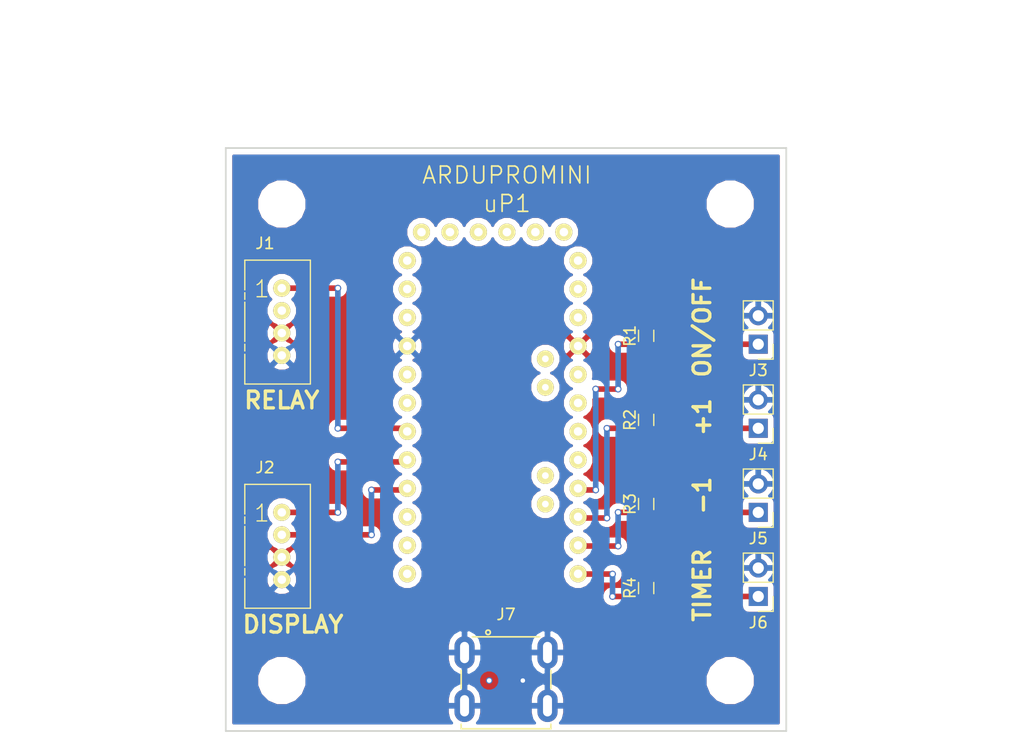
<source format=kicad_pcb>
(kicad_pcb (version 4) (host pcbnew 4.0.7)

  (general
    (links 29)
    (no_connects 0)
    (area 49.924999 49.924999 100.075001 102.075001)
    (thickness 1.6)
    (drawings 16)
    (tracks 56)
    (zones 0)
    (modules 16)
    (nets 34)
  )

  (page A4)
  (layers
    (0 F.Cu signal)
    (31 B.Cu signal hide)
    (32 B.Adhes user)
    (33 F.Adhes user)
    (34 B.Paste user)
    (35 F.Paste user)
    (36 B.SilkS user)
    (37 F.SilkS user)
    (38 B.Mask user)
    (39 F.Mask user)
    (40 Dwgs.User user)
    (41 Cmts.User user)
    (42 Eco1.User user)
    (43 Eco2.User user)
    (44 Edge.Cuts user)
    (45 Margin user)
    (46 B.CrtYd user)
    (47 F.CrtYd user)
    (48 B.Fab user)
    (49 F.Fab user)
  )

  (setup
    (last_trace_width 0.25)
    (trace_clearance 0.2)
    (zone_clearance 0.508)
    (zone_45_only no)
    (trace_min 0.2)
    (segment_width 0.2)
    (edge_width 0.15)
    (via_size 0.6)
    (via_drill 0.4)
    (via_min_size 0.4)
    (via_min_drill 0.3)
    (uvia_size 0.3)
    (uvia_drill 0.1)
    (uvias_allowed no)
    (uvia_min_size 0.2)
    (uvia_min_drill 0.1)
    (pcb_text_width 0.3)
    (pcb_text_size 1.5 1.5)
    (mod_edge_width 0.15)
    (mod_text_size 1 1)
    (mod_text_width 0.15)
    (pad_size 1.524 1.524)
    (pad_drill 0.762)
    (pad_to_mask_clearance 0.2)
    (aux_axis_origin 0 0)
    (visible_elements 7FFFFFFF)
    (pcbplotparams
      (layerselection 0x00030_80000001)
      (usegerberextensions false)
      (excludeedgelayer true)
      (linewidth 0.100000)
      (plotframeref false)
      (viasonmask false)
      (mode 1)
      (useauxorigin false)
      (hpglpennumber 1)
      (hpglpenspeed 20)
      (hpglpendiameter 15)
      (hpglpenoverlay 2)
      (psnegative false)
      (psa4output false)
      (plotreference true)
      (plotvalue true)
      (plotinvisibletext false)
      (padsonsilk false)
      (subtractmaskfromsilk false)
      (outputformat 1)
      (mirror false)
      (drillshape 1)
      (scaleselection 1)
      (outputdirectory ""))
  )

  (net 0 "")
  (net 1 "Net-(uP1-Pad1)")
  (net 2 "Net-(uP1-Pad2)")
  (net 3 "Net-(uP1-Pad3)")
  (net 4 "Net-(uP1-Pad4)")
  (net 5 "Net-(uP1-Pad6)")
  (net 6 "Net-(uP1-Pad7)")
  (net 7 "Net-(uP1-Pad8)")
  (net 8 "Net-(uP1-Pad9)")
  (net 9 "Net-(uP1-Pad11)")
  (net 10 "Net-(uP1-Pad12)")
  (net 11 "Net-(uP1-Pad16)")
  (net 12 "Net-(uP1-Pad17)")
  (net 13 "Net-(uP1-Pad18)")
  (net 14 "Net-(uP1-Pad19)")
  (net 15 "Net-(uP1-Pad20)")
  (net 16 "Net-(uP1-Pad21)")
  (net 17 "Net-(uP1-Pad23)")
  (net 18 "Net-(uP1-Pad24)")
  (net 19 "Net-(uP1-Pad25)")
  (net 20 "Net-(uP1-Pad26)")
  (net 21 GROVE_RELAY_D0)
  (net 22 "Net-(J1-Pad2)")
  (net 23 VCC)
  (net 24 GND)
  (net 25 GROVE_DIGIT_CLK)
  (net 26 GROVE_DIGIT_DIO)
  (net 27 FORCE_INPUT)
  (net 28 INCREASE_INPUT)
  (net 29 DECREASE_INPUT)
  (net 30 TIMER_INPUT)
  (net 31 "Net-(J7-Pad2)")
  (net 32 "Net-(J7-Pad3)")
  (net 33 "Net-(J7-Pad4)")

  (net_class Default "This is the default net class."
    (clearance 0.2)
    (trace_width 0.25)
    (via_dia 0.6)
    (via_drill 0.4)
    (uvia_dia 0.3)
    (uvia_drill 0.1)
  )

  (net_class DATA ""
    (clearance 0.2)
    (trace_width 0.5)
    (via_dia 0.6)
    (via_drill 0.4)
    (uvia_dia 0.3)
    (uvia_drill 0.1)
    (add_net GROVE_DIGIT_CLK)
    (add_net GROVE_DIGIT_DIO)
    (add_net GROVE_RELAY_D0)
  )

  (net_class POWER ""
    (clearance 0.2)
    (trace_width 0.5)
    (via_dia 0.6)
    (via_drill 0.4)
    (uvia_dia 0.3)
    (uvia_drill 0.1)
    (add_net DECREASE_INPUT)
    (add_net FORCE_INPUT)
    (add_net GND)
    (add_net INCREASE_INPUT)
    (add_net "Net-(J1-Pad2)")
    (add_net "Net-(J7-Pad2)")
    (add_net "Net-(J7-Pad3)")
    (add_net "Net-(J7-Pad4)")
    (add_net "Net-(uP1-Pad1)")
    (add_net "Net-(uP1-Pad11)")
    (add_net "Net-(uP1-Pad12)")
    (add_net "Net-(uP1-Pad16)")
    (add_net "Net-(uP1-Pad17)")
    (add_net "Net-(uP1-Pad18)")
    (add_net "Net-(uP1-Pad19)")
    (add_net "Net-(uP1-Pad2)")
    (add_net "Net-(uP1-Pad20)")
    (add_net "Net-(uP1-Pad21)")
    (add_net "Net-(uP1-Pad23)")
    (add_net "Net-(uP1-Pad24)")
    (add_net "Net-(uP1-Pad25)")
    (add_net "Net-(uP1-Pad26)")
    (add_net "Net-(uP1-Pad3)")
    (add_net "Net-(uP1-Pad4)")
    (add_net "Net-(uP1-Pad6)")
    (add_net "Net-(uP1-Pad7)")
    (add_net "Net-(uP1-Pad8)")
    (add_net "Net-(uP1-Pad9)")
    (add_net TIMER_INPUT)
    (add_net VCC)
  )

  (module Connectors:Grove_1x04 (layer F.Cu) (tedit 587F9C9D) (tstamp 5A356B89)
    (at 55 62.5)
    (descr https://statics3.seeedstudio.com/images/opl/datasheet/3470130P1.pdf)
    (tags Grove-1x04)
    (path /5A3559CF)
    (fp_text reference J1 (at -1.5 -4) (layer F.SilkS)
      (effects (font (size 1 1) (thickness 0.15)))
    )
    (fp_text value RELAY (at 4.19 2.83 90) (layer F.Fab)
      (effects (font (size 1 1) (thickness 0.15)))
    )
    (fp_line (start -3.45 -2.65) (end -3.45 8.7) (layer F.CrtYd) (width 0.05))
    (fp_line (start -3.45 8.7) (end 2.7 8.7) (layer F.CrtYd) (width 0.05))
    (fp_line (start 2.7 8.7) (end 2.7 -2.65) (layer F.CrtYd) (width 0.05))
    (fp_line (start -3.45 -2.65) (end 2.7 -2.65) (layer F.CrtYd) (width 0.05))
    (fp_line (start -3.3 5) (end -3.3 5.6) (layer F.SilkS) (width 0.12))
    (fp_line (start -3.3 0.4) (end -3.3 1) (layer F.SilkS) (width 0.12))
    (fp_line (start 2.55 -2.5) (end 2.55 8.55) (layer F.SilkS) (width 0.12))
    (fp_line (start -3.3 -2.5) (end 2.55 -2.5) (layer F.SilkS) (width 0.12))
    (fp_line (start -3.3 1.25) (end -3.3 4.75) (layer F.SilkS) (width 0.12))
    (fp_line (start -3.3 8.55) (end 2.55 8.55) (layer F.SilkS) (width 0.12))
    (fp_line (start -3.3 -2.5) (end -3.3 0.15) (layer F.SilkS) (width 0.12))
    (fp_line (start -3.3 5.9) (end -3.3 8.55) (layer F.SilkS) (width 0.12))
    (fp_line (start -2.9 -2.1) (end 2.2 -2.1) (layer F.Fab) (width 0.1))
    (fp_line (start 2.2 -2.1) (end 2.2 8.1) (layer F.Fab) (width 0.1))
    (fp_line (start 2.2 8.1) (end -2.9 8.1) (layer F.Fab) (width 0.1))
    (fp_line (start -2.9 8.1) (end -2.9 -2.1) (layer F.Fab) (width 0.1))
    (fp_text user 1 (at -1.775 0.075) (layer F.SilkS)
      (effects (font (size 1.5 1.5) (thickness 0.12)))
    )
    (pad 1 thru_hole circle (at 0 0) (size 1.524 1.524) (drill 0.762) (layers *.Cu *.Mask F.SilkS)
      (net 21 GROVE_RELAY_D0))
    (pad 2 thru_hole circle (at 0 2) (size 1.524 1.524) (drill 0.762) (layers *.Cu *.Mask F.SilkS)
      (net 22 "Net-(J1-Pad2)"))
    (pad 3 thru_hole circle (at 0 4) (size 1.524 1.524) (drill 0.762) (layers *.Cu *.Mask F.SilkS)
      (net 23 VCC))
    (pad 4 thru_hole circle (at 0 6) (size 1.524 1.524) (drill 0.762) (layers *.Cu *.Mask F.SilkS)
      (net 24 GND))
    (model ${KISYS3DMOD}/Connectors.3dshapes/Grove_1x04.wrl
      (at (xyz 0 0 0))
      (scale (xyz 0.3937 0.3937 0.3937))
      (rotate (xyz 0 0 -90))
    )
  )

  (module Connectors:Grove_1x04 (layer F.Cu) (tedit 587F9C9D) (tstamp 5A356B91)
    (at 55 82.5)
    (descr https://statics3.seeedstudio.com/images/opl/datasheet/3470130P1.pdf)
    (tags Grove-1x04)
    (path /5A355E41)
    (fp_text reference J2 (at -1.5 -4) (layer F.SilkS)
      (effects (font (size 1 1) (thickness 0.15)))
    )
    (fp_text value DIGIT (at 4.19 2.83 90) (layer F.Fab)
      (effects (font (size 1 1) (thickness 0.15)))
    )
    (fp_line (start -3.45 -2.65) (end -3.45 8.7) (layer F.CrtYd) (width 0.05))
    (fp_line (start -3.45 8.7) (end 2.7 8.7) (layer F.CrtYd) (width 0.05))
    (fp_line (start 2.7 8.7) (end 2.7 -2.65) (layer F.CrtYd) (width 0.05))
    (fp_line (start -3.45 -2.65) (end 2.7 -2.65) (layer F.CrtYd) (width 0.05))
    (fp_line (start -3.3 5) (end -3.3 5.6) (layer F.SilkS) (width 0.12))
    (fp_line (start -3.3 0.4) (end -3.3 1) (layer F.SilkS) (width 0.12))
    (fp_line (start 2.55 -2.5) (end 2.55 8.55) (layer F.SilkS) (width 0.12))
    (fp_line (start -3.3 -2.5) (end 2.55 -2.5) (layer F.SilkS) (width 0.12))
    (fp_line (start -3.3 1.25) (end -3.3 4.75) (layer F.SilkS) (width 0.12))
    (fp_line (start -3.3 8.55) (end 2.55 8.55) (layer F.SilkS) (width 0.12))
    (fp_line (start -3.3 -2.5) (end -3.3 0.15) (layer F.SilkS) (width 0.12))
    (fp_line (start -3.3 5.9) (end -3.3 8.55) (layer F.SilkS) (width 0.12))
    (fp_line (start -2.9 -2.1) (end 2.2 -2.1) (layer F.Fab) (width 0.1))
    (fp_line (start 2.2 -2.1) (end 2.2 8.1) (layer F.Fab) (width 0.1))
    (fp_line (start 2.2 8.1) (end -2.9 8.1) (layer F.Fab) (width 0.1))
    (fp_line (start -2.9 8.1) (end -2.9 -2.1) (layer F.Fab) (width 0.1))
    (fp_text user 1 (at -1.775 0.075) (layer F.SilkS)
      (effects (font (size 1.5 1.5) (thickness 0.12)))
    )
    (pad 1 thru_hole circle (at 0 0) (size 1.524 1.524) (drill 0.762) (layers *.Cu *.Mask F.SilkS)
      (net 25 GROVE_DIGIT_CLK))
    (pad 2 thru_hole circle (at 0 2) (size 1.524 1.524) (drill 0.762) (layers *.Cu *.Mask F.SilkS)
      (net 26 GROVE_DIGIT_DIO))
    (pad 3 thru_hole circle (at 0 4) (size 1.524 1.524) (drill 0.762) (layers *.Cu *.Mask F.SilkS)
      (net 23 VCC))
    (pad 4 thru_hole circle (at 0 6) (size 1.524 1.524) (drill 0.762) (layers *.Cu *.Mask F.SilkS)
      (net 24 GND))
    (model ${KISYS3DMOD}/Connectors.3dshapes/Grove_1x04.wrl
      (at (xyz 0 0 0))
      (scale (xyz 0.3937 0.3937 0.3937))
      (rotate (xyz 0 0 -90))
    )
  )

  (module Pin_Headers:Pin_Header_Straight_1x02_Pitch2.54mm (layer F.Cu) (tedit 59650532) (tstamp 5A356B97)
    (at 97.5 67.5 180)
    (descr "Through hole straight pin header, 1x02, 2.54mm pitch, single row")
    (tags "Through hole pin header THT 1x02 2.54mm single row")
    (path /5A35686C)
    (fp_text reference J3 (at 0 -2.33 180) (layer F.SilkS)
      (effects (font (size 1 1) (thickness 0.15)))
    )
    (fp_text value FORCE (at 0 4.87 180) (layer F.Fab)
      (effects (font (size 1 1) (thickness 0.15)))
    )
    (fp_line (start -0.635 -1.27) (end 1.27 -1.27) (layer F.Fab) (width 0.1))
    (fp_line (start 1.27 -1.27) (end 1.27 3.81) (layer F.Fab) (width 0.1))
    (fp_line (start 1.27 3.81) (end -1.27 3.81) (layer F.Fab) (width 0.1))
    (fp_line (start -1.27 3.81) (end -1.27 -0.635) (layer F.Fab) (width 0.1))
    (fp_line (start -1.27 -0.635) (end -0.635 -1.27) (layer F.Fab) (width 0.1))
    (fp_line (start -1.33 3.87) (end 1.33 3.87) (layer F.SilkS) (width 0.12))
    (fp_line (start -1.33 1.27) (end -1.33 3.87) (layer F.SilkS) (width 0.12))
    (fp_line (start 1.33 1.27) (end 1.33 3.87) (layer F.SilkS) (width 0.12))
    (fp_line (start -1.33 1.27) (end 1.33 1.27) (layer F.SilkS) (width 0.12))
    (fp_line (start -1.33 0) (end -1.33 -1.33) (layer F.SilkS) (width 0.12))
    (fp_line (start -1.33 -1.33) (end 0 -1.33) (layer F.SilkS) (width 0.12))
    (fp_line (start -1.8 -1.8) (end -1.8 4.35) (layer F.CrtYd) (width 0.05))
    (fp_line (start -1.8 4.35) (end 1.8 4.35) (layer F.CrtYd) (width 0.05))
    (fp_line (start 1.8 4.35) (end 1.8 -1.8) (layer F.CrtYd) (width 0.05))
    (fp_line (start 1.8 -1.8) (end -1.8 -1.8) (layer F.CrtYd) (width 0.05))
    (fp_text user %R (at 0 1.27 270) (layer F.Fab)
      (effects (font (size 1 1) (thickness 0.15)))
    )
    (pad 1 thru_hole rect (at 0 0 180) (size 1.7 1.7) (drill 1) (layers *.Cu *.Mask)
      (net 27 FORCE_INPUT))
    (pad 2 thru_hole oval (at 0 2.54 180) (size 1.7 1.7) (drill 1) (layers *.Cu *.Mask)
      (net 24 GND))
    (model ${KISYS3DMOD}/Pin_Headers.3dshapes/Pin_Header_Straight_1x02_Pitch2.54mm.wrl
      (at (xyz 0 0 0))
      (scale (xyz 1 1 1))
      (rotate (xyz 0 0 0))
    )
  )

  (module Pin_Headers:Pin_Header_Straight_1x02_Pitch2.54mm (layer F.Cu) (tedit 59650532) (tstamp 5A356B9D)
    (at 97.5 75 180)
    (descr "Through hole straight pin header, 1x02, 2.54mm pitch, single row")
    (tags "Through hole pin header THT 1x02 2.54mm single row")
    (path /5A3568EA)
    (fp_text reference J4 (at 0 -2.33 180) (layer F.SilkS)
      (effects (font (size 1 1) (thickness 0.15)))
    )
    (fp_text value INCREASE (at 0 4.87 180) (layer F.Fab)
      (effects (font (size 1 1) (thickness 0.15)))
    )
    (fp_line (start -0.635 -1.27) (end 1.27 -1.27) (layer F.Fab) (width 0.1))
    (fp_line (start 1.27 -1.27) (end 1.27 3.81) (layer F.Fab) (width 0.1))
    (fp_line (start 1.27 3.81) (end -1.27 3.81) (layer F.Fab) (width 0.1))
    (fp_line (start -1.27 3.81) (end -1.27 -0.635) (layer F.Fab) (width 0.1))
    (fp_line (start -1.27 -0.635) (end -0.635 -1.27) (layer F.Fab) (width 0.1))
    (fp_line (start -1.33 3.87) (end 1.33 3.87) (layer F.SilkS) (width 0.12))
    (fp_line (start -1.33 1.27) (end -1.33 3.87) (layer F.SilkS) (width 0.12))
    (fp_line (start 1.33 1.27) (end 1.33 3.87) (layer F.SilkS) (width 0.12))
    (fp_line (start -1.33 1.27) (end 1.33 1.27) (layer F.SilkS) (width 0.12))
    (fp_line (start -1.33 0) (end -1.33 -1.33) (layer F.SilkS) (width 0.12))
    (fp_line (start -1.33 -1.33) (end 0 -1.33) (layer F.SilkS) (width 0.12))
    (fp_line (start -1.8 -1.8) (end -1.8 4.35) (layer F.CrtYd) (width 0.05))
    (fp_line (start -1.8 4.35) (end 1.8 4.35) (layer F.CrtYd) (width 0.05))
    (fp_line (start 1.8 4.35) (end 1.8 -1.8) (layer F.CrtYd) (width 0.05))
    (fp_line (start 1.8 -1.8) (end -1.8 -1.8) (layer F.CrtYd) (width 0.05))
    (fp_text user %R (at 0 1.27 270) (layer F.Fab)
      (effects (font (size 1 1) (thickness 0.15)))
    )
    (pad 1 thru_hole rect (at 0 0 180) (size 1.7 1.7) (drill 1) (layers *.Cu *.Mask)
      (net 28 INCREASE_INPUT))
    (pad 2 thru_hole oval (at 0 2.54 180) (size 1.7 1.7) (drill 1) (layers *.Cu *.Mask)
      (net 24 GND))
    (model ${KISYS3DMOD}/Pin_Headers.3dshapes/Pin_Header_Straight_1x02_Pitch2.54mm.wrl
      (at (xyz 0 0 0))
      (scale (xyz 1 1 1))
      (rotate (xyz 0 0 0))
    )
  )

  (module Pin_Headers:Pin_Header_Straight_1x02_Pitch2.54mm (layer F.Cu) (tedit 59650532) (tstamp 5A356BA3)
    (at 97.5 82.5 180)
    (descr "Through hole straight pin header, 1x02, 2.54mm pitch, single row")
    (tags "Through hole pin header THT 1x02 2.54mm single row")
    (path /5A356959)
    (fp_text reference J5 (at 0 -2.33 180) (layer F.SilkS)
      (effects (font (size 1 1) (thickness 0.15)))
    )
    (fp_text value DECREASE (at 0 4.87 180) (layer F.Fab)
      (effects (font (size 1 1) (thickness 0.15)))
    )
    (fp_line (start -0.635 -1.27) (end 1.27 -1.27) (layer F.Fab) (width 0.1))
    (fp_line (start 1.27 -1.27) (end 1.27 3.81) (layer F.Fab) (width 0.1))
    (fp_line (start 1.27 3.81) (end -1.27 3.81) (layer F.Fab) (width 0.1))
    (fp_line (start -1.27 3.81) (end -1.27 -0.635) (layer F.Fab) (width 0.1))
    (fp_line (start -1.27 -0.635) (end -0.635 -1.27) (layer F.Fab) (width 0.1))
    (fp_line (start -1.33 3.87) (end 1.33 3.87) (layer F.SilkS) (width 0.12))
    (fp_line (start -1.33 1.27) (end -1.33 3.87) (layer F.SilkS) (width 0.12))
    (fp_line (start 1.33 1.27) (end 1.33 3.87) (layer F.SilkS) (width 0.12))
    (fp_line (start -1.33 1.27) (end 1.33 1.27) (layer F.SilkS) (width 0.12))
    (fp_line (start -1.33 0) (end -1.33 -1.33) (layer F.SilkS) (width 0.12))
    (fp_line (start -1.33 -1.33) (end 0 -1.33) (layer F.SilkS) (width 0.12))
    (fp_line (start -1.8 -1.8) (end -1.8 4.35) (layer F.CrtYd) (width 0.05))
    (fp_line (start -1.8 4.35) (end 1.8 4.35) (layer F.CrtYd) (width 0.05))
    (fp_line (start 1.8 4.35) (end 1.8 -1.8) (layer F.CrtYd) (width 0.05))
    (fp_line (start 1.8 -1.8) (end -1.8 -1.8) (layer F.CrtYd) (width 0.05))
    (fp_text user %R (at 0 1.27 270) (layer F.Fab)
      (effects (font (size 1 1) (thickness 0.15)))
    )
    (pad 1 thru_hole rect (at 0 0 180) (size 1.7 1.7) (drill 1) (layers *.Cu *.Mask)
      (net 29 DECREASE_INPUT))
    (pad 2 thru_hole oval (at 0 2.54 180) (size 1.7 1.7) (drill 1) (layers *.Cu *.Mask)
      (net 24 GND))
    (model ${KISYS3DMOD}/Pin_Headers.3dshapes/Pin_Header_Straight_1x02_Pitch2.54mm.wrl
      (at (xyz 0 0 0))
      (scale (xyz 1 1 1))
      (rotate (xyz 0 0 0))
    )
  )

  (module Pin_Headers:Pin_Header_Straight_1x02_Pitch2.54mm (layer F.Cu) (tedit 59650532) (tstamp 5A356BA9)
    (at 97.5 90 180)
    (descr "Through hole straight pin header, 1x02, 2.54mm pitch, single row")
    (tags "Through hole pin header THT 1x02 2.54mm single row")
    (path /5A356A1B)
    (fp_text reference J6 (at 0 -2.33 180) (layer F.SilkS)
      (effects (font (size 1 1) (thickness 0.15)))
    )
    (fp_text value TIMER (at 0 4.87 180) (layer F.Fab)
      (effects (font (size 1 1) (thickness 0.15)))
    )
    (fp_line (start -0.635 -1.27) (end 1.27 -1.27) (layer F.Fab) (width 0.1))
    (fp_line (start 1.27 -1.27) (end 1.27 3.81) (layer F.Fab) (width 0.1))
    (fp_line (start 1.27 3.81) (end -1.27 3.81) (layer F.Fab) (width 0.1))
    (fp_line (start -1.27 3.81) (end -1.27 -0.635) (layer F.Fab) (width 0.1))
    (fp_line (start -1.27 -0.635) (end -0.635 -1.27) (layer F.Fab) (width 0.1))
    (fp_line (start -1.33 3.87) (end 1.33 3.87) (layer F.SilkS) (width 0.12))
    (fp_line (start -1.33 1.27) (end -1.33 3.87) (layer F.SilkS) (width 0.12))
    (fp_line (start 1.33 1.27) (end 1.33 3.87) (layer F.SilkS) (width 0.12))
    (fp_line (start -1.33 1.27) (end 1.33 1.27) (layer F.SilkS) (width 0.12))
    (fp_line (start -1.33 0) (end -1.33 -1.33) (layer F.SilkS) (width 0.12))
    (fp_line (start -1.33 -1.33) (end 0 -1.33) (layer F.SilkS) (width 0.12))
    (fp_line (start -1.8 -1.8) (end -1.8 4.35) (layer F.CrtYd) (width 0.05))
    (fp_line (start -1.8 4.35) (end 1.8 4.35) (layer F.CrtYd) (width 0.05))
    (fp_line (start 1.8 4.35) (end 1.8 -1.8) (layer F.CrtYd) (width 0.05))
    (fp_line (start 1.8 -1.8) (end -1.8 -1.8) (layer F.CrtYd) (width 0.05))
    (fp_text user %R (at 0 1.27 270) (layer F.Fab)
      (effects (font (size 1 1) (thickness 0.15)))
    )
    (pad 1 thru_hole rect (at 0 0 180) (size 1.7 1.7) (drill 1) (layers *.Cu *.Mask)
      (net 30 TIMER_INPUT))
    (pad 2 thru_hole oval (at 0 2.54 180) (size 1.7 1.7) (drill 1) (layers *.Cu *.Mask)
      (net 24 GND))
    (model ${KISYS3DMOD}/Pin_Headers.3dshapes/Pin_Header_Straight_1x02_Pitch2.54mm.wrl
      (at (xyz 0 0 0))
      (scale (xyz 1 1 1))
      (rotate (xyz 0 0 0))
    )
  )

  (module Resistors_SMD:R_0603 (layer F.Cu) (tedit 58E0A804) (tstamp 5A356BAF)
    (at 87.5 66.75 90)
    (descr "Resistor SMD 0603, reflow soldering, Vishay (see dcrcw.pdf)")
    (tags "resistor 0603")
    (path /5A356B89)
    (attr smd)
    (fp_text reference R1 (at 0 -1.45 90) (layer F.SilkS)
      (effects (font (size 1 1) (thickness 0.15)))
    )
    (fp_text value 10K (at 0 1.5 90) (layer F.Fab)
      (effects (font (size 1 1) (thickness 0.15)))
    )
    (fp_text user %R (at 0 0 90) (layer F.Fab)
      (effects (font (size 0.4 0.4) (thickness 0.075)))
    )
    (fp_line (start -0.8 0.4) (end -0.8 -0.4) (layer F.Fab) (width 0.1))
    (fp_line (start 0.8 0.4) (end -0.8 0.4) (layer F.Fab) (width 0.1))
    (fp_line (start 0.8 -0.4) (end 0.8 0.4) (layer F.Fab) (width 0.1))
    (fp_line (start -0.8 -0.4) (end 0.8 -0.4) (layer F.Fab) (width 0.1))
    (fp_line (start 0.5 0.68) (end -0.5 0.68) (layer F.SilkS) (width 0.12))
    (fp_line (start -0.5 -0.68) (end 0.5 -0.68) (layer F.SilkS) (width 0.12))
    (fp_line (start -1.25 -0.7) (end 1.25 -0.7) (layer F.CrtYd) (width 0.05))
    (fp_line (start -1.25 -0.7) (end -1.25 0.7) (layer F.CrtYd) (width 0.05))
    (fp_line (start 1.25 0.7) (end 1.25 -0.7) (layer F.CrtYd) (width 0.05))
    (fp_line (start 1.25 0.7) (end -1.25 0.7) (layer F.CrtYd) (width 0.05))
    (pad 1 smd rect (at -0.75 0 90) (size 0.5 0.9) (layers F.Cu F.Paste F.Mask)
      (net 27 FORCE_INPUT))
    (pad 2 smd rect (at 0.75 0 90) (size 0.5 0.9) (layers F.Cu F.Paste F.Mask)
      (net 23 VCC))
    (model ${KISYS3DMOD}/Resistors_SMD.3dshapes/R_0603.wrl
      (at (xyz 0 0 0))
      (scale (xyz 1 1 1))
      (rotate (xyz 0 0 0))
    )
  )

  (module Resistors_SMD:R_0603 (layer F.Cu) (tedit 58E0A804) (tstamp 5A356BB5)
    (at 87.5 74.25 90)
    (descr "Resistor SMD 0603, reflow soldering, Vishay (see dcrcw.pdf)")
    (tags "resistor 0603")
    (path /5A3570F6)
    (attr smd)
    (fp_text reference R2 (at 0 -1.45 90) (layer F.SilkS)
      (effects (font (size 1 1) (thickness 0.15)))
    )
    (fp_text value 10K (at 0 1.5 90) (layer F.Fab)
      (effects (font (size 1 1) (thickness 0.15)))
    )
    (fp_text user %R (at 0 0 90) (layer F.Fab)
      (effects (font (size 0.4 0.4) (thickness 0.075)))
    )
    (fp_line (start -0.8 0.4) (end -0.8 -0.4) (layer F.Fab) (width 0.1))
    (fp_line (start 0.8 0.4) (end -0.8 0.4) (layer F.Fab) (width 0.1))
    (fp_line (start 0.8 -0.4) (end 0.8 0.4) (layer F.Fab) (width 0.1))
    (fp_line (start -0.8 -0.4) (end 0.8 -0.4) (layer F.Fab) (width 0.1))
    (fp_line (start 0.5 0.68) (end -0.5 0.68) (layer F.SilkS) (width 0.12))
    (fp_line (start -0.5 -0.68) (end 0.5 -0.68) (layer F.SilkS) (width 0.12))
    (fp_line (start -1.25 -0.7) (end 1.25 -0.7) (layer F.CrtYd) (width 0.05))
    (fp_line (start -1.25 -0.7) (end -1.25 0.7) (layer F.CrtYd) (width 0.05))
    (fp_line (start 1.25 0.7) (end 1.25 -0.7) (layer F.CrtYd) (width 0.05))
    (fp_line (start 1.25 0.7) (end -1.25 0.7) (layer F.CrtYd) (width 0.05))
    (pad 1 smd rect (at -0.75 0 90) (size 0.5 0.9) (layers F.Cu F.Paste F.Mask)
      (net 28 INCREASE_INPUT))
    (pad 2 smd rect (at 0.75 0 90) (size 0.5 0.9) (layers F.Cu F.Paste F.Mask)
      (net 23 VCC))
    (model ${KISYS3DMOD}/Resistors_SMD.3dshapes/R_0603.wrl
      (at (xyz 0 0 0))
      (scale (xyz 1 1 1))
      (rotate (xyz 0 0 0))
    )
  )

  (module Resistors_SMD:R_0603 (layer F.Cu) (tedit 58E0A804) (tstamp 5A356BBB)
    (at 87.5 81.75 90)
    (descr "Resistor SMD 0603, reflow soldering, Vishay (see dcrcw.pdf)")
    (tags "resistor 0603")
    (path /5A357131)
    (attr smd)
    (fp_text reference R3 (at 0 -1.45 90) (layer F.SilkS)
      (effects (font (size 1 1) (thickness 0.15)))
    )
    (fp_text value 10K (at 0 1.5 90) (layer F.Fab)
      (effects (font (size 1 1) (thickness 0.15)))
    )
    (fp_text user %R (at 0 0 90) (layer F.Fab)
      (effects (font (size 0.4 0.4) (thickness 0.075)))
    )
    (fp_line (start -0.8 0.4) (end -0.8 -0.4) (layer F.Fab) (width 0.1))
    (fp_line (start 0.8 0.4) (end -0.8 0.4) (layer F.Fab) (width 0.1))
    (fp_line (start 0.8 -0.4) (end 0.8 0.4) (layer F.Fab) (width 0.1))
    (fp_line (start -0.8 -0.4) (end 0.8 -0.4) (layer F.Fab) (width 0.1))
    (fp_line (start 0.5 0.68) (end -0.5 0.68) (layer F.SilkS) (width 0.12))
    (fp_line (start -0.5 -0.68) (end 0.5 -0.68) (layer F.SilkS) (width 0.12))
    (fp_line (start -1.25 -0.7) (end 1.25 -0.7) (layer F.CrtYd) (width 0.05))
    (fp_line (start -1.25 -0.7) (end -1.25 0.7) (layer F.CrtYd) (width 0.05))
    (fp_line (start 1.25 0.7) (end 1.25 -0.7) (layer F.CrtYd) (width 0.05))
    (fp_line (start 1.25 0.7) (end -1.25 0.7) (layer F.CrtYd) (width 0.05))
    (pad 1 smd rect (at -0.75 0 90) (size 0.5 0.9) (layers F.Cu F.Paste F.Mask)
      (net 29 DECREASE_INPUT))
    (pad 2 smd rect (at 0.75 0 90) (size 0.5 0.9) (layers F.Cu F.Paste F.Mask)
      (net 23 VCC))
    (model ${KISYS3DMOD}/Resistors_SMD.3dshapes/R_0603.wrl
      (at (xyz 0 0 0))
      (scale (xyz 1 1 1))
      (rotate (xyz 0 0 0))
    )
  )

  (module Resistors_SMD:R_0603 (layer F.Cu) (tedit 58E0A804) (tstamp 5A356BC1)
    (at 87.5 89.25 90)
    (descr "Resistor SMD 0603, reflow soldering, Vishay (see dcrcw.pdf)")
    (tags "resistor 0603")
    (path /5A357177)
    (attr smd)
    (fp_text reference R4 (at 0 -1.45 90) (layer F.SilkS)
      (effects (font (size 1 1) (thickness 0.15)))
    )
    (fp_text value 10K (at 0 1.5 90) (layer F.Fab)
      (effects (font (size 1 1) (thickness 0.15)))
    )
    (fp_text user %R (at 0 0 90) (layer F.Fab)
      (effects (font (size 0.4 0.4) (thickness 0.075)))
    )
    (fp_line (start -0.8 0.4) (end -0.8 -0.4) (layer F.Fab) (width 0.1))
    (fp_line (start 0.8 0.4) (end -0.8 0.4) (layer F.Fab) (width 0.1))
    (fp_line (start 0.8 -0.4) (end 0.8 0.4) (layer F.Fab) (width 0.1))
    (fp_line (start -0.8 -0.4) (end 0.8 -0.4) (layer F.Fab) (width 0.1))
    (fp_line (start 0.5 0.68) (end -0.5 0.68) (layer F.SilkS) (width 0.12))
    (fp_line (start -0.5 -0.68) (end 0.5 -0.68) (layer F.SilkS) (width 0.12))
    (fp_line (start -1.25 -0.7) (end 1.25 -0.7) (layer F.CrtYd) (width 0.05))
    (fp_line (start -1.25 -0.7) (end -1.25 0.7) (layer F.CrtYd) (width 0.05))
    (fp_line (start 1.25 0.7) (end 1.25 -0.7) (layer F.CrtYd) (width 0.05))
    (fp_line (start 1.25 0.7) (end -1.25 0.7) (layer F.CrtYd) (width 0.05))
    (pad 1 smd rect (at -0.75 0 90) (size 0.5 0.9) (layers F.Cu F.Paste F.Mask)
      (net 30 TIMER_INPUT))
    (pad 2 smd rect (at 0.75 0 90) (size 0.5 0.9) (layers F.Cu F.Paste F.Mask)
      (net 23 VCC))
    (model ${KISYS3DMOD}/Resistors_SMD.3dshapes/R_0603.wrl
      (at (xyz 0 0 0))
      (scale (xyz 1 1 1))
      (rotate (xyz 0 0 0))
    )
  )

  (module lib_fp:ST-USB-013A (layer F.Cu) (tedit 5A207F17) (tstamp 5A356F61)
    (at 75 95 180)
    (path /5A3591A2)
    (fp_text reference J7 (at 0 3.4 180) (layer F.SilkS)
      (effects (font (size 1 1) (thickness 0.15)))
    )
    (fp_text value USB_OTG (at -0.05 -7.8 180) (layer F.Fab)
      (effects (font (size 1 1) (thickness 0.15)))
    )
    (fp_circle (center 1.6 1.8) (end 1.6 2) (layer F.SilkS) (width 0.15))
    (fp_line (start 3 1.4) (end -3 1.4) (layer F.SilkS) (width 0.15))
    (fp_line (start -4 -3.2) (end -4 -1.6) (layer F.SilkS) (width 0.15))
    (fp_line (start 4 -3.2) (end 4 -1.6) (layer F.SilkS) (width 0.15))
    (fp_line (start -4 -6.8) (end -4 -6.4) (layer F.SilkS) (width 0.15))
    (fp_line (start 4 -6.8) (end 4 -6.4) (layer F.SilkS) (width 0.15))
    (fp_line (start -4 -6.8) (end 4 -6.8) (layer F.SilkS) (width 0.15))
    (pad 1 smd rect (at 1.6 0 180) (size 0.5 2.3) (layers F.Cu F.Paste F.Mask)
      (net 23 VCC))
    (pad 2 smd rect (at 0.8 0 180) (size 0.5 2.3) (layers F.Cu F.Paste F.Mask)
      (net 31 "Net-(J7-Pad2)"))
    (pad 3 smd rect (at 0 0 180) (size 0.5 2.3) (layers F.Cu F.Paste F.Mask)
      (net 32 "Net-(J7-Pad3)"))
    (pad 4 smd rect (at -0.8 0 180) (size 0.5 2.3) (layers F.Cu F.Paste F.Mask)
      (net 33 "Net-(J7-Pad4)"))
    (pad 5 smd rect (at -1.6 0 180) (size 0.5 2.3) (layers F.Cu F.Paste F.Mask)
      (net 24 GND))
    (pad 6 thru_hole oval (at 3.7 0 180) (size 1.8 2.9) (drill oval 0.8 1.9) (layers *.Cu *.Mask)
      (net 24 GND))
    (pad 6 thru_hole oval (at -3.7 0 180) (size 1.8 2.9) (drill oval 0.8 1.9) (layers *.Cu *.Mask)
      (net 24 GND))
    (pad 6 thru_hole oval (at -3.7 -4.75 180) (size 1.8 2.9) (drill oval 0.8 1.9) (layers *.Cu *.Mask)
      (net 24 GND))
    (pad 6 thru_hole oval (at 3.7 -4.75 180) (size 1.8 2.9) (drill oval 0.8 1.9) (layers *.Cu *.Mask)
      (net 24 GND))
  )

  (module Mounting_Holes:MountingHole_3.2mm_M3 (layer F.Cu) (tedit 5A35721D) (tstamp 5A3574DA)
    (at 55 97.5)
    (descr "Mounting Hole 3.2mm, no annular, M3")
    (tags "mounting hole 3.2mm no annular m3")
    (attr virtual)
    (fp_text reference REF** (at 7.5 0) (layer F.Fab)
      (effects (font (size 1 1) (thickness 0.15)))
    )
    (fp_text value MountingHole_3.2mm_M3 (at 0 4.2) (layer F.Fab)
      (effects (font (size 1 1) (thickness 0.15)))
    )
    (fp_text user %R (at 0.3 0) (layer F.Fab)
      (effects (font (size 1 1) (thickness 0.15)))
    )
    (fp_circle (center 0 0) (end 3.2 0) (layer Cmts.User) (width 0.15))
    (fp_circle (center 0 0) (end 3.45 0) (layer F.CrtYd) (width 0.05))
    (pad 1 np_thru_hole circle (at 0 0) (size 3.2 3.2) (drill 3.2) (layers *.Cu *.Mask))
  )

  (module Mounting_Holes:MountingHole_3.2mm_M3 (layer F.Cu) (tedit 5A35722A) (tstamp 5A3574DC)
    (at 55 55)
    (descr "Mounting Hole 3.2mm, no annular, M3")
    (tags "mounting hole 3.2mm no annular m3")
    (attr virtual)
    (fp_text reference REF** (at 7.5 0) (layer F.Fab)
      (effects (font (size 1 1) (thickness 0.15)))
    )
    (fp_text value MountingHole_3.2mm_M3 (at 0 4.2) (layer F.Fab)
      (effects (font (size 1 1) (thickness 0.15)))
    )
    (fp_text user %R (at 0.3 0) (layer F.Fab)
      (effects (font (size 1 1) (thickness 0.15)))
    )
    (fp_circle (center 0 0) (end 3.2 0) (layer Cmts.User) (width 0.15))
    (fp_circle (center 0 0) (end 3.45 0) (layer F.CrtYd) (width 0.05))
    (pad 1 np_thru_hole circle (at 0 0) (size 3.2 3.2) (drill 3.2) (layers *.Cu *.Mask))
  )

  (module Mounting_Holes:MountingHole_3.2mm_M3 (layer F.Cu) (tedit 5A357226) (tstamp 5A3574DD)
    (at 95 55)
    (descr "Mounting Hole 3.2mm, no annular, M3")
    (tags "mounting hole 3.2mm no annular m3")
    (attr virtual)
    (fp_text reference REF** (at -7.5 0) (layer F.Fab)
      (effects (font (size 1 1) (thickness 0.15)))
    )
    (fp_text value MountingHole_3.2mm_M3 (at 0 4.2) (layer F.Fab)
      (effects (font (size 1 1) (thickness 0.15)))
    )
    (fp_text user %R (at 0.3 0) (layer F.Fab)
      (effects (font (size 1 1) (thickness 0.15)))
    )
    (fp_circle (center 0 0) (end 3.2 0) (layer Cmts.User) (width 0.15))
    (fp_circle (center 0 0) (end 3.45 0) (layer F.CrtYd) (width 0.05))
    (pad 1 np_thru_hole circle (at 0 0) (size 3.2 3.2) (drill 3.2) (layers *.Cu *.Mask))
  )

  (module Mounting_Holes:MountingHole_3.2mm_M3 (layer F.Cu) (tedit 5A357219) (tstamp 5A3574DE)
    (at 95 97.5)
    (descr "Mounting Hole 3.2mm, no annular, M3")
    (tags "mounting hole 3.2mm no annular m3")
    (attr virtual)
    (fp_text reference REF** (at -7.5 0) (layer F.Fab)
      (effects (font (size 1 1) (thickness 0.15)))
    )
    (fp_text value MountingHole_3.2mm_M3 (at 0 4.2) (layer F.Fab)
      (effects (font (size 1 1) (thickness 0.15)))
    )
    (fp_text user %R (at 0.3 0) (layer F.Fab)
      (effects (font (size 1 1) (thickness 0.15)))
    )
    (fp_circle (center 0 0) (end 3.2 0) (layer Cmts.User) (width 0.15))
    (fp_circle (center 0 0) (end 3.45 0) (layer F.CrtYd) (width 0.05))
    (pad 1 np_thru_hole circle (at 0 0) (size 3.2 3.2) (drill 3.2) (layers *.Cu *.Mask))
  )

  (module lib_fp:arduino_mini (layer F.Cu) (tedit 54CFF598) (tstamp 5A35598E)
    (at 63.65 53.69)
    (path /5A35583A)
    (fp_text reference uP1 (at 11.43 1.27) (layer F.SilkS)
      (effects (font (size 1.5 1.5) (thickness 0.15)))
    )
    (fp_text value ARDUPROMINI (at 11.43 -1.27) (layer F.SilkS)
      (effects (font (size 1.5 1.5) (thickness 0.15)))
    )
    (pad 1 thru_hole circle (at 3.81 3.81) (size 1.524 1.524) (drill 0.762) (layers *.Cu *.Mask F.SilkS)
      (net 1 "Net-(uP1-Pad1)"))
    (pad 2 thru_hole circle (at 6.35 3.81) (size 1.524 1.524) (drill 0.762) (layers *.Cu *.Mask F.SilkS)
      (net 2 "Net-(uP1-Pad2)"))
    (pad 3 thru_hole circle (at 8.89 3.81) (size 1.524 1.524) (drill 0.762) (layers *.Cu *.Mask F.SilkS)
      (net 3 "Net-(uP1-Pad3)"))
    (pad 4 thru_hole circle (at 11.43 3.81) (size 1.524 1.524) (drill 0.762) (layers *.Cu *.Mask F.SilkS)
      (net 4 "Net-(uP1-Pad4)"))
    (pad 5 thru_hole circle (at 13.97 3.81) (size 1.524 1.524) (drill 0.762) (layers *.Cu *.Mask F.SilkS))
    (pad 6 thru_hole circle (at 16.51 3.81) (size 1.524 1.524) (drill 0.762) (layers *.Cu *.Mask F.SilkS)
      (net 5 "Net-(uP1-Pad6)"))
    (pad 7 thru_hole circle (at 2.54 6.35) (size 1.524 1.524) (drill 0.762) (layers *.Cu *.Mask F.SilkS)
      (net 6 "Net-(uP1-Pad7)"))
    (pad 8 thru_hole circle (at 2.54 8.89) (size 1.524 1.524) (drill 0.762) (layers *.Cu *.Mask F.SilkS)
      (net 7 "Net-(uP1-Pad8)"))
    (pad 9 thru_hole circle (at 2.54 11.43) (size 1.524 1.524) (drill 0.762) (layers *.Cu *.Mask F.SilkS)
      (net 8 "Net-(uP1-Pad9)"))
    (pad 10 thru_hole circle (at 2.54 13.97) (size 1.524 1.524) (drill 0.762) (layers *.Cu *.Mask F.SilkS)
      (net 24 GND))
    (pad 11 thru_hole circle (at 2.54 16.51) (size 1.524 1.524) (drill 0.762) (layers *.Cu *.Mask F.SilkS)
      (net 9 "Net-(uP1-Pad11)"))
    (pad 12 thru_hole circle (at 2.54 19.05) (size 1.524 1.524) (drill 0.762) (layers *.Cu *.Mask F.SilkS)
      (net 10 "Net-(uP1-Pad12)"))
    (pad 13 thru_hole circle (at 2.54 21.59) (size 1.524 1.524) (drill 0.762) (layers *.Cu *.Mask F.SilkS)
      (net 21 GROVE_RELAY_D0))
    (pad 14 thru_hole circle (at 2.54 24.13) (size 1.524 1.524) (drill 0.762) (layers *.Cu *.Mask F.SilkS)
      (net 25 GROVE_DIGIT_CLK))
    (pad 15 thru_hole circle (at 2.54 26.67) (size 1.524 1.524) (drill 0.762) (layers *.Cu *.Mask F.SilkS)
      (net 26 GROVE_DIGIT_DIO))
    (pad 16 thru_hole circle (at 2.54 29.21) (size 1.524 1.524) (drill 0.762) (layers *.Cu *.Mask F.SilkS)
      (net 11 "Net-(uP1-Pad16)"))
    (pad 17 thru_hole circle (at 2.54 31.75) (size 1.524 1.524) (drill 0.762) (layers *.Cu *.Mask F.SilkS)
      (net 12 "Net-(uP1-Pad17)"))
    (pad 18 thru_hole circle (at 2.54 34.29) (size 1.524 1.524) (drill 0.762) (layers *.Cu *.Mask F.SilkS)
      (net 13 "Net-(uP1-Pad18)"))
    (pad 19 thru_hole circle (at 17.78 6.35) (size 1.524 1.524) (drill 0.762) (layers *.Cu *.Mask F.SilkS)
      (net 14 "Net-(uP1-Pad19)"))
    (pad 20 thru_hole circle (at 17.78 8.89) (size 1.524 1.524) (drill 0.762) (layers *.Cu *.Mask F.SilkS)
      (net 15 "Net-(uP1-Pad20)"))
    (pad 21 thru_hole circle (at 17.78 11.43) (size 1.524 1.524) (drill 0.762) (layers *.Cu *.Mask F.SilkS)
      (net 16 "Net-(uP1-Pad21)"))
    (pad 22 thru_hole circle (at 17.78 13.97) (size 1.524 1.524) (drill 0.762) (layers *.Cu *.Mask F.SilkS)
      (net 23 VCC))
    (pad 23 thru_hole circle (at 17.78 16.51) (size 1.524 1.524) (drill 0.762) (layers *.Cu *.Mask F.SilkS)
      (net 17 "Net-(uP1-Pad23)"))
    (pad 24 thru_hole circle (at 17.78 19.05) (size 1.524 1.524) (drill 0.762) (layers *.Cu *.Mask F.SilkS)
      (net 18 "Net-(uP1-Pad24)"))
    (pad 25 thru_hole circle (at 17.78 21.59) (size 1.524 1.524) (drill 0.762) (layers *.Cu *.Mask F.SilkS)
      (net 19 "Net-(uP1-Pad25)"))
    (pad 26 thru_hole circle (at 17.78 24.13) (size 1.524 1.524) (drill 0.762) (layers *.Cu *.Mask F.SilkS)
      (net 20 "Net-(uP1-Pad26)"))
    (pad 27 thru_hole circle (at 17.78 26.67) (size 1.524 1.524) (drill 0.762) (layers *.Cu *.Mask F.SilkS)
      (net 27 FORCE_INPUT))
    (pad 28 thru_hole circle (at 17.78 29.21) (size 1.524 1.524) (drill 0.762) (layers *.Cu *.Mask F.SilkS)
      (net 28 INCREASE_INPUT))
    (pad 29 thru_hole circle (at 17.78 31.75) (size 1.524 1.524) (drill 0.762) (layers *.Cu *.Mask F.SilkS)
      (net 29 DECREASE_INPUT))
    (pad 30 thru_hole circle (at 17.78 34.29) (size 1.524 1.524) (drill 0.762) (layers *.Cu *.Mask F.SilkS)
      (net 30 TIMER_INPUT))
    (pad 31 thru_hole circle (at 14.859 15.113) (size 1.5 1.5) (drill 0.6) (layers *.Cu *.Mask F.SilkS))
    (pad 32 thru_hole circle (at 14.859 17.653) (size 1.5 1.5) (drill 0.6) (layers *.Cu *.Mask F.SilkS))
    (pad 34 thru_hole circle (at 14.859 25.527) (size 1.5 1.5) (drill 0.6) (layers *.Cu *.Mask F.SilkS))
    (pad 35 thru_hole circle (at 14.859 28.067) (size 1.5 1.5) (drill 0.6) (layers *.Cu *.Mask F.SilkS))
    (model Socket_Strips.3dshapes/Socket_Strip_Straight_1x12_Pitch2.54mm.wrl
      (at (xyz 0.1 -0.8 0))
      (scale (xyz 1 1 1))
      (rotate (xyz 0 0 90))
    )
    (model Socket_Strips.3dshapes/Socket_Strip_Straight_1x12_Pitch2.54mm.wrl
      (at (xyz 0.7 -0.8 0))
      (scale (xyz 1 1 1))
      (rotate (xyz 0 0 90))
    )
  )

  (dimension 5 (width 0.3) (layer F.Fab)
    (gr_text "5.000 mm" (at 36.15 52.5 90) (layer F.Fab)
      (effects (font (size 1.5 1.5) (thickness 0.3)))
    )
    (feature1 (pts (xy 55 50) (xy 34.8 50)))
    (feature2 (pts (xy 55 55) (xy 34.8 55)))
    (crossbar (pts (xy 37.5 55) (xy 37.5 50)))
    (arrow1a (pts (xy 37.5 50) (xy 38.086421 51.126504)))
    (arrow1b (pts (xy 37.5 50) (xy 36.913579 51.126504)))
    (arrow2a (pts (xy 37.5 55) (xy 38.086421 53.873496)))
    (arrow2b (pts (xy 37.5 55) (xy 36.913579 53.873496)))
  )
  (dimension 42.5 (width 0.3) (layer F.Fab)
    (gr_text "42.500 mm" (at 41.15 76.25 270) (layer F.Fab)
      (effects (font (size 1.5 1.5) (thickness 0.3)))
    )
    (feature1 (pts (xy 55 97.5) (xy 39.8 97.5)))
    (feature2 (pts (xy 55 55) (xy 39.8 55)))
    (crossbar (pts (xy 42.5 55) (xy 42.5 97.5)))
    (arrow1a (pts (xy 42.5 97.5) (xy 41.913579 96.373496)))
    (arrow1b (pts (xy 42.5 97.5) (xy 43.086421 96.373496)))
    (arrow2a (pts (xy 42.5 55) (xy 41.913579 56.126504)))
    (arrow2b (pts (xy 42.5 55) (xy 43.086421 56.126504)))
  )
  (dimension 5 (width 0.3) (layer F.Fab)
    (gr_text "5.000 mm" (at 52.5 46.15) (layer F.Fab)
      (effects (font (size 1.5 1.5) (thickness 0.3)))
    )
    (feature1 (pts (xy 50 55) (xy 50 44.8)))
    (feature2 (pts (xy 55 55) (xy 55 44.8)))
    (crossbar (pts (xy 55 47.5) (xy 50 47.5)))
    (arrow1a (pts (xy 50 47.5) (xy 51.126504 46.913579)))
    (arrow1b (pts (xy 50 47.5) (xy 51.126504 48.086421)))
    (arrow2a (pts (xy 55 47.5) (xy 53.873496 46.913579)))
    (arrow2b (pts (xy 55 47.5) (xy 53.873496 48.086421)))
  )
  (dimension 40 (width 0.3) (layer F.Fab)
    (gr_text "40.000 mm" (at 75 43.65) (layer F.Fab)
      (effects (font (size 1.5 1.5) (thickness 0.3)))
    )
    (feature1 (pts (xy 95 55) (xy 95 42.3)))
    (feature2 (pts (xy 55 55) (xy 55 42.3)))
    (crossbar (pts (xy 55 45) (xy 95 45)))
    (arrow1a (pts (xy 95 45) (xy 93.873496 45.586421)))
    (arrow1b (pts (xy 95 45) (xy 93.873496 44.413579)))
    (arrow2a (pts (xy 55 45) (xy 56.126504 45.586421)))
    (arrow2b (pts (xy 55 45) (xy 56.126504 44.413579)))
  )
  (dimension 52.000001 (width 0.3) (layer F.Fab)
    (gr_text "52.000 mm" (at 114.927507 75.997128 270.0110184) (layer F.Fab)
      (effects (font (size 1.5 1.5) (thickness 0.3)))
    )
    (feature1 (pts (xy 100 102) (xy 116.282507 101.996869)))
    (feature2 (pts (xy 99.99 50) (xy 116.272507 49.996869)))
    (crossbar (pts (xy 113.572507 49.997388) (xy 113.582507 101.997388)))
    (arrow1a (pts (xy 113.582507 101.997388) (xy 112.99587 100.870997)))
    (arrow1b (pts (xy 113.582507 101.997388) (xy 114.168711 100.870771)))
    (arrow2a (pts (xy 113.572507 49.997388) (xy 112.986303 51.124005)))
    (arrow2b (pts (xy 113.572507 49.997388) (xy 114.159144 51.123779)))
  )
  (dimension 50 (width 0.3) (layer F.Fab)
    (gr_text "50.000 mm" (at 75 38.65) (layer F.Fab)
      (effects (font (size 1.5 1.5) (thickness 0.3)))
    )
    (feature1 (pts (xy 100 50) (xy 100 37.3)))
    (feature2 (pts (xy 50 50) (xy 50 37.3)))
    (crossbar (pts (xy 50 40) (xy 100 40)))
    (arrow1a (pts (xy 100 40) (xy 98.873496 40.586421)))
    (arrow1b (pts (xy 100 40) (xy 98.873496 39.413579)))
    (arrow2a (pts (xy 50 40) (xy 51.126504 40.586421)))
    (arrow2b (pts (xy 50 40) (xy 51.126504 39.413579)))
  )
  (gr_text TIMER (at 92.5 89 90) (layer F.SilkS)
    (effects (font (size 1.5 1.5) (thickness 0.3)))
  )
  (gr_text -1 (at 92.5 81 90) (layer F.SilkS)
    (effects (font (size 1.5 1.5) (thickness 0.3)))
  )
  (gr_text +1 (at 92.5 74 90) (layer F.SilkS)
    (effects (font (size 1.5 1.5) (thickness 0.3)))
  )
  (gr_text ON/OFF (at 92.5 66 90) (layer F.SilkS)
    (effects (font (size 1.5 1.5) (thickness 0.3)))
  )
  (gr_text DISPLAY (at 56 92.5) (layer F.SilkS)
    (effects (font (size 1.5 1.5) (thickness 0.3)))
  )
  (gr_text RELAY (at 55 72.5) (layer F.SilkS)
    (effects (font (size 1.5 1.5) (thickness 0.3)))
  )
  (gr_line (start 50 102) (end 50 50) (layer Edge.Cuts) (width 0.15))
  (gr_line (start 100 102) (end 50 102) (layer Edge.Cuts) (width 0.15))
  (gr_line (start 100 50) (end 100 102) (layer Edge.Cuts) (width 0.15))
  (gr_line (start 50 50) (end 100 50) (layer Edge.Cuts) (width 0.15))

  (segment (start 60 75) (end 65.91 75) (width 0.5) (layer F.Cu) (net 21))
  (segment (start 65.91 75) (end 66.19 75.28) (width 0.5) (layer F.Cu) (net 21))
  (via (at 60 75) (size 0.6) (drill 0.4) (layers F.Cu B.Cu) (net 21))
  (segment (start 60 62.5) (end 60 75) (width 0.5) (layer B.Cu) (net 21))
  (segment (start 55 62.5) (end 60 62.5) (width 0.5) (layer F.Cu) (net 21))
  (via (at 60 62.5) (size 0.6) (drill 0.4) (layers F.Cu B.Cu) (net 21))
  (segment (start 73.4 95) (end 73.4 97.4) (width 0.5) (layer F.Cu) (net 23))
  (segment (start 73.4 97.4) (end 73.5 97.5) (width 0.5) (layer F.Cu) (net 23))
  (via (at 73.5 97.5) (size 0.6) (drill 0.4) (layers F.Cu B.Cu) (net 23))
  (segment (start 76.6 95) (end 76.6 97.4) (width 0.5) (layer F.Cu) (net 24))
  (segment (start 76.6 97.4) (end 76.5 97.5) (width 0.5) (layer F.Cu) (net 24))
  (via (at 76.5 97.5) (size 0.6) (drill 0.4) (layers F.Cu B.Cu) (net 24))
  (segment (start 60 78) (end 66.01 78) (width 0.5) (layer F.Cu) (net 25))
  (segment (start 66.01 78) (end 66.19 77.82) (width 0.5) (layer F.Cu) (net 25))
  (segment (start 60 82.5) (end 60 78) (width 0.5) (layer B.Cu) (net 25))
  (via (at 60 78) (size 0.6) (drill 0.4) (layers F.Cu B.Cu) (net 25))
  (segment (start 55 82.5) (end 60 82.5) (width 0.5) (layer F.Cu) (net 25))
  (via (at 60 82.5) (size 0.6) (drill 0.4) (layers F.Cu B.Cu) (net 25))
  (segment (start 63 80.5) (end 66.05 80.5) (width 0.5) (layer F.Cu) (net 26))
  (segment (start 66.05 80.5) (end 66.19 80.36) (width 0.5) (layer F.Cu) (net 26))
  (segment (start 63 84.5) (end 63 80.5) (width 0.5) (layer B.Cu) (net 26))
  (via (at 63 80.5) (size 0.6) (drill 0.4) (layers F.Cu B.Cu) (net 26))
  (segment (start 55 84.5) (end 63 84.5) (width 0.5) (layer F.Cu) (net 26))
  (via (at 63 84.5) (size 0.6) (drill 0.4) (layers F.Cu B.Cu) (net 26))
  (segment (start 83 80.5) (end 81.57 80.5) (width 0.5) (layer F.Cu) (net 27))
  (segment (start 81.57 80.5) (end 81.43 80.36) (width 0.5) (layer F.Cu) (net 27))
  (segment (start 83 71.5) (end 83 80.5) (width 0.5) (layer B.Cu) (net 27))
  (via (at 83 80.5) (size 0.6) (drill 0.4) (layers F.Cu B.Cu) (net 27))
  (segment (start 85 71.5) (end 83 71.5) (width 0.5) (layer F.Cu) (net 27))
  (via (at 83 71.5) (size 0.6) (drill 0.4) (layers F.Cu B.Cu) (net 27))
  (segment (start 85 67.5) (end 85 71.5) (width 0.5) (layer B.Cu) (net 27))
  (via (at 85 71.5) (size 0.6) (drill 0.4) (layers F.Cu B.Cu) (net 27))
  (segment (start 87.5 67.5) (end 85 67.5) (width 0.5) (layer F.Cu) (net 27))
  (via (at 85 67.5) (size 0.6) (drill 0.4) (layers F.Cu B.Cu) (net 27))
  (segment (start 97.5 67.5) (end 87.5 67.5) (width 0.5) (layer F.Cu) (net 27))
  (segment (start 84 83) (end 81.53 83) (width 0.5) (layer F.Cu) (net 28))
  (segment (start 81.53 83) (end 81.43 82.9) (width 0.5) (layer F.Cu) (net 28))
  (segment (start 84 75) (end 84 83) (width 0.5) (layer B.Cu) (net 28))
  (via (at 84 83) (size 0.6) (drill 0.4) (layers F.Cu B.Cu) (net 28))
  (segment (start 87.5 75) (end 84 75) (width 0.5) (layer F.Cu) (net 28))
  (via (at 84 75) (size 0.6) (drill 0.4) (layers F.Cu B.Cu) (net 28))
  (segment (start 97.5 75) (end 87.5 75) (width 0.5) (layer F.Cu) (net 28))
  (segment (start 85 85.5) (end 81.49 85.5) (width 0.5) (layer F.Cu) (net 29))
  (segment (start 81.49 85.5) (end 81.43 85.44) (width 0.5) (layer F.Cu) (net 29))
  (segment (start 85 82.5) (end 85 85.5) (width 0.5) (layer B.Cu) (net 29))
  (via (at 85 85.5) (size 0.6) (drill 0.4) (layers F.Cu B.Cu) (net 29))
  (segment (start 87.5 82.5) (end 85 82.5) (width 0.5) (layer F.Cu) (net 29))
  (via (at 85 82.5) (size 0.6) (drill 0.4) (layers F.Cu B.Cu) (net 29))
  (segment (start 97.5 82.5) (end 87.5 82.5) (width 0.5) (layer F.Cu) (net 29))
  (segment (start 84.5 88) (end 81.45 88) (width 0.5) (layer F.Cu) (net 30))
  (segment (start 81.45 88) (end 81.43 87.98) (width 0.5) (layer F.Cu) (net 30))
  (segment (start 84.5 90) (end 84.5 88) (width 0.5) (layer B.Cu) (net 30))
  (via (at 84.5 88) (size 0.6) (drill 0.4) (layers F.Cu B.Cu) (net 30))
  (segment (start 87.5 90) (end 84.5 90) (width 0.5) (layer F.Cu) (net 30))
  (via (at 84.5 90) (size 0.6) (drill 0.4) (layers F.Cu B.Cu) (net 30))
  (segment (start 97.5 90) (end 87.5 90) (width 0.5) (layer F.Cu) (net 30))

  (zone (net 23) (net_name VCC) (layer F.Cu) (tstamp 0) (hatch edge 0.508)
    (connect_pads (clearance 0.508))
    (min_thickness 0.254)
    (fill yes (arc_segments 16) (thermal_gap 0.508) (thermal_bridge_width 0.508))
    (polygon
      (pts
        (xy 50 102) (xy 50 50) (xy 100 50) (xy 100 102)
      )
    )
    (filled_polygon
      (pts
        (xy 99.29 101.29) (xy 79.876453 101.29) (xy 80.118155 100.928267) (xy 80.235 100.340848) (xy 80.235 99.159152)
        (xy 80.118155 98.571733) (xy 79.785409 98.073743) (xy 79.589168 97.942619) (xy 92.764613 97.942619) (xy 93.104155 98.764372)
        (xy 93.732321 99.393636) (xy 94.553481 99.734611) (xy 95.442619 99.735387) (xy 96.264372 99.395845) (xy 96.893636 98.767679)
        (xy 97.234611 97.946519) (xy 97.235387 97.057381) (xy 96.895845 96.235628) (xy 96.267679 95.606364) (xy 95.446519 95.265389)
        (xy 94.557381 95.264613) (xy 93.735628 95.604155) (xy 93.106364 96.232321) (xy 92.765389 97.053481) (xy 92.764613 97.942619)
        (xy 79.589168 97.942619) (xy 79.287419 97.740997) (xy 78.7 97.624152) (xy 78.112581 97.740997) (xy 77.614591 98.073743)
        (xy 77.281845 98.571733) (xy 77.165 99.159152) (xy 77.165 100.340848) (xy 77.281845 100.928267) (xy 77.523547 101.29)
        (xy 72.476453 101.29) (xy 72.718155 100.928267) (xy 72.835 100.340848) (xy 72.835 99.159152) (xy 72.718155 98.571733)
        (xy 72.385409 98.073743) (xy 71.887419 97.740997) (xy 71.3 97.624152) (xy 70.712581 97.740997) (xy 70.214591 98.073743)
        (xy 69.881845 98.571733) (xy 69.765 99.159152) (xy 69.765 100.340848) (xy 69.881845 100.928267) (xy 70.123547 101.29)
        (xy 50.71 101.29) (xy 50.71 97.942619) (xy 52.764613 97.942619) (xy 53.104155 98.764372) (xy 53.732321 99.393636)
        (xy 54.553481 99.734611) (xy 55.442619 99.735387) (xy 56.264372 99.395845) (xy 56.893636 98.767679) (xy 57.234611 97.946519)
        (xy 57.235387 97.057381) (xy 56.895845 96.235628) (xy 56.267679 95.606364) (xy 55.446519 95.265389) (xy 54.557381 95.264613)
        (xy 53.735628 95.604155) (xy 53.106364 96.232321) (xy 52.765389 97.053481) (xy 52.764613 97.942619) (xy 50.71 97.942619)
        (xy 50.71 94.409152) (xy 69.765 94.409152) (xy 69.765 95.590848) (xy 69.881845 96.178267) (xy 70.214591 96.676257)
        (xy 70.712581 97.009003) (xy 71.3 97.125848) (xy 71.887419 97.009003) (xy 72.385409 96.676257) (xy 72.567674 96.403477)
        (xy 72.611673 96.509699) (xy 72.790302 96.688327) (xy 73.023691 96.785) (xy 73.11625 96.785) (xy 73.275 96.62625)
        (xy 73.275 95.127) (xy 73.253 95.127) (xy 73.253 94.873) (xy 73.275 94.873) (xy 73.275 93.85)
        (xy 73.30256 93.85) (xy 73.30256 96.15) (xy 73.346838 96.385317) (xy 73.48591 96.601441) (xy 73.530999 96.632249)
        (xy 73.68375 96.785) (xy 73.776309 96.785) (xy 73.813171 96.769731) (xy 73.95 96.79744) (xy 74.45 96.79744)
        (xy 74.605507 96.768179) (xy 74.75 96.79744) (xy 75.25 96.79744) (xy 75.405507 96.768179) (xy 75.55 96.79744)
        (xy 75.715 96.79744) (xy 75.715 96.962494) (xy 75.707808 96.969673) (xy 75.565162 97.313201) (xy 75.564838 97.685167)
        (xy 75.706883 98.028943) (xy 75.969673 98.292192) (xy 76.313201 98.434838) (xy 76.685167 98.435162) (xy 77.028943 98.293117)
        (xy 77.292192 98.030327) (xy 77.406179 97.755817) (xy 77.417633 97.738675) (xy 77.42162 97.718632) (xy 77.434838 97.686799)
        (xy 77.434868 97.652028) (xy 77.485 97.4) (xy 77.485 96.48231) (xy 77.614591 96.676257) (xy 78.112581 97.009003)
        (xy 78.7 97.125848) (xy 79.287419 97.009003) (xy 79.785409 96.676257) (xy 80.118155 96.178267) (xy 80.235 95.590848)
        (xy 80.235 94.409152) (xy 80.118155 93.821733) (xy 79.785409 93.323743) (xy 79.287419 92.990997) (xy 78.7 92.874152)
        (xy 78.112581 92.990997) (xy 77.614591 93.323743) (xy 77.436987 93.589546) (xy 77.31409 93.398559) (xy 77.10189 93.253569)
        (xy 76.85 93.20256) (xy 76.35 93.20256) (xy 76.194493 93.231821) (xy 76.05 93.20256) (xy 75.55 93.20256)
        (xy 75.394493 93.231821) (xy 75.25 93.20256) (xy 74.75 93.20256) (xy 74.594493 93.231821) (xy 74.45 93.20256)
        (xy 73.95 93.20256) (xy 73.809913 93.228919) (xy 73.776309 93.215) (xy 73.68375 93.215) (xy 73.538616 93.360134)
        (xy 73.498559 93.38591) (xy 73.353569 93.59811) (xy 73.30256 93.85) (xy 73.275 93.85) (xy 73.275 93.37375)
        (xy 73.11625 93.215) (xy 73.023691 93.215) (xy 72.790302 93.311673) (xy 72.611673 93.490301) (xy 72.567674 93.596523)
        (xy 72.385409 93.323743) (xy 71.887419 92.990997) (xy 71.3 92.874152) (xy 70.712581 92.990997) (xy 70.214591 93.323743)
        (xy 69.881845 93.821733) (xy 69.765 94.409152) (xy 50.71 94.409152) (xy 50.71 90.185167) (xy 83.564838 90.185167)
        (xy 83.706883 90.528943) (xy 83.969673 90.792192) (xy 84.313201 90.934838) (xy 84.685167 90.935162) (xy 84.806569 90.885)
        (xy 86.988569 90.885) (xy 87.05 90.89744) (xy 87.95 90.89744) (xy 88.016113 90.885) (xy 96.009146 90.885)
        (xy 96.046838 91.085317) (xy 96.18591 91.301441) (xy 96.39811 91.446431) (xy 96.65 91.49744) (xy 98.35 91.49744)
        (xy 98.585317 91.453162) (xy 98.801441 91.31409) (xy 98.946431 91.10189) (xy 98.99744 90.85) (xy 98.99744 89.15)
        (xy 98.953162 88.914683) (xy 98.81409 88.698559) (xy 98.60189 88.553569) (xy 98.534459 88.539914) (xy 98.579147 88.510054)
        (xy 98.901054 88.028285) (xy 99.014093 87.46) (xy 98.901054 86.891715) (xy 98.579147 86.409946) (xy 98.097378 86.088039)
        (xy 97.529093 85.975) (xy 97.470907 85.975) (xy 96.902622 86.088039) (xy 96.420853 86.409946) (xy 96.098946 86.891715)
        (xy 95.985907 87.46) (xy 96.098946 88.028285) (xy 96.420853 88.510054) (xy 96.462452 88.53785) (xy 96.414683 88.546838)
        (xy 96.198559 88.68591) (xy 96.053569 88.89811) (xy 96.009648 89.115) (xy 88.483025 89.115) (xy 88.488327 89.109698)
        (xy 88.585 88.876309) (xy 88.585 88.78375) (xy 88.42625 88.625) (xy 87.627 88.625) (xy 87.627 88.647)
        (xy 87.373 88.647) (xy 87.373 88.625) (xy 86.57375 88.625) (xy 86.415 88.78375) (xy 86.415 88.876309)
        (xy 86.511673 89.109698) (xy 86.516975 89.115) (xy 84.806822 89.115) (xy 84.686799 89.065162) (xy 84.314833 89.064838)
        (xy 83.971057 89.206883) (xy 83.707808 89.469673) (xy 83.565162 89.813201) (xy 83.564838 90.185167) (xy 50.71 90.185167)
        (xy 50.71 88.776661) (xy 53.602758 88.776661) (xy 53.81499 89.290303) (xy 54.20763 89.683629) (xy 54.7209 89.896757)
        (xy 55.276661 89.897242) (xy 55.790303 89.68501) (xy 56.183629 89.29237) (xy 56.396757 88.7791) (xy 56.397242 88.223339)
        (xy 56.18501 87.709697) (xy 55.79237 87.316371) (xy 55.526273 87.205878) (xy 55 86.679605) (xy 54.473698 87.205907)
        (xy 54.209697 87.31499) (xy 53.816371 87.70763) (xy 53.603243 88.2209) (xy 53.602758 88.776661) (xy 50.71 88.776661)
        (xy 50.71 86.292302) (xy 53.590856 86.292302) (xy 53.618638 86.847368) (xy 53.777603 87.231143) (xy 54.019787 87.300608)
        (xy 54.820395 86.5) (xy 55.179605 86.5) (xy 55.980213 87.300608) (xy 56.222397 87.231143) (xy 56.409144 86.707698)
        (xy 56.381362 86.152632) (xy 56.222397 85.768857) (xy 55.980213 85.699392) (xy 55.179605 86.5) (xy 54.820395 86.5)
        (xy 54.019787 85.699392) (xy 53.777603 85.768857) (xy 53.590856 86.292302) (xy 50.71 86.292302) (xy 50.71 82.776661)
        (xy 53.602758 82.776661) (xy 53.81499 83.290303) (xy 54.024342 83.500021) (xy 53.816371 83.70763) (xy 53.603243 84.2209)
        (xy 53.602758 84.776661) (xy 53.81499 85.290303) (xy 54.20763 85.683629) (xy 54.473727 85.794122) (xy 55 86.320395)
        (xy 55.526302 85.794093) (xy 55.790303 85.68501) (xy 56.090837 85.385) (xy 62.693178 85.385) (xy 62.813201 85.434838)
        (xy 63.185167 85.435162) (xy 63.528943 85.293117) (xy 63.792192 85.030327) (xy 63.934838 84.686799) (xy 63.935162 84.314833)
        (xy 63.793117 83.971057) (xy 63.530327 83.707808) (xy 63.186799 83.565162) (xy 62.814833 83.564838) (xy 62.693431 83.615)
        (xy 56.090478 83.615) (xy 55.975658 83.499979) (xy 56.090837 83.385) (xy 59.693178 83.385) (xy 59.813201 83.434838)
        (xy 60.185167 83.435162) (xy 60.528943 83.293117) (xy 60.792192 83.030327) (xy 60.934838 82.686799) (xy 60.935162 82.314833)
        (xy 60.793117 81.971057) (xy 60.530327 81.707808) (xy 60.186799 81.565162) (xy 59.814833 81.564838) (xy 59.693431 81.615)
        (xy 56.090478 81.615) (xy 55.79237 81.316371) (xy 55.2791 81.103243) (xy 54.723339 81.102758) (xy 54.209697 81.31499)
        (xy 53.816371 81.70763) (xy 53.603243 82.2209) (xy 53.602758 82.776661) (xy 50.71 82.776661) (xy 50.71 75.185167)
        (xy 59.064838 75.185167) (xy 59.206883 75.528943) (xy 59.469673 75.792192) (xy 59.813201 75.934838) (xy 60.185167 75.935162)
        (xy 60.306569 75.885) (xy 64.928425 75.885) (xy 65.00499 76.070303) (xy 65.39763 76.463629) (xy 65.605512 76.549949)
        (xy 65.399697 76.63499) (xy 65.006371 77.02763) (xy 64.970092 77.115) (xy 60.306822 77.115) (xy 60.186799 77.065162)
        (xy 59.814833 77.064838) (xy 59.471057 77.206883) (xy 59.207808 77.469673) (xy 59.065162 77.813201) (xy 59.064838 78.185167)
        (xy 59.206883 78.528943) (xy 59.469673 78.792192) (xy 59.813201 78.934838) (xy 60.185167 78.935162) (xy 60.306569 78.885)
        (xy 65.279208 78.885) (xy 65.39763 79.003629) (xy 65.605512 79.089949) (xy 65.399697 79.17499) (xy 65.006371 79.56763)
        (xy 64.986701 79.615) (xy 63.306822 79.615) (xy 63.186799 79.565162) (xy 62.814833 79.564838) (xy 62.471057 79.706883)
        (xy 62.207808 79.969673) (xy 62.065162 80.313201) (xy 62.064838 80.685167) (xy 62.206883 81.028943) (xy 62.469673 81.292192)
        (xy 62.813201 81.434838) (xy 63.185167 81.435162) (xy 63.306569 81.385) (xy 65.239278 81.385) (xy 65.39763 81.543629)
        (xy 65.605512 81.629949) (xy 65.399697 81.71499) (xy 65.006371 82.10763) (xy 64.793243 82.6209) (xy 64.792758 83.176661)
        (xy 65.00499 83.690303) (xy 65.39763 84.083629) (xy 65.605512 84.169949) (xy 65.399697 84.25499) (xy 65.006371 84.64763)
        (xy 64.793243 85.1609) (xy 64.792758 85.716661) (xy 65.00499 86.230303) (xy 65.39763 86.623629) (xy 65.605512 86.709949)
        (xy 65.399697 86.79499) (xy 65.006371 87.18763) (xy 64.793243 87.7009) (xy 64.792758 88.256661) (xy 65.00499 88.770303)
        (xy 65.39763 89.163629) (xy 65.9109 89.376757) (xy 66.466661 89.377242) (xy 66.980303 89.16501) (xy 67.373629 88.77237)
        (xy 67.586757 88.2591) (xy 67.587242 87.703339) (xy 67.37501 87.189697) (xy 66.98237 86.796371) (xy 66.774488 86.710051)
        (xy 66.980303 86.62501) (xy 67.373629 86.23237) (xy 67.586757 85.7191) (xy 67.587242 85.163339) (xy 67.37501 84.649697)
        (xy 66.98237 84.256371) (xy 66.774488 84.170051) (xy 66.980303 84.08501) (xy 67.373629 83.69237) (xy 67.586757 83.1791)
        (xy 67.587242 82.623339) (xy 67.37501 82.109697) (xy 66.98237 81.716371) (xy 66.774488 81.630051) (xy 66.980303 81.54501)
        (xy 67.373629 81.15237) (xy 67.586757 80.6391) (xy 67.587242 80.083339) (xy 67.37501 79.569697) (xy 67.296735 79.491285)
        (xy 77.12376 79.491285) (xy 77.334169 80.000515) (xy 77.723436 80.390461) (xy 77.95587 80.486976) (xy 77.725485 80.582169)
        (xy 77.335539 80.971436) (xy 77.124241 81.480298) (xy 77.12376 82.031285) (xy 77.334169 82.540515) (xy 77.723436 82.930461)
        (xy 78.232298 83.141759) (xy 78.783285 83.14224) (xy 79.292515 82.931831) (xy 79.682461 82.542564) (xy 79.893759 82.033702)
        (xy 79.89424 81.482715) (xy 79.683831 80.973485) (xy 79.294564 80.583539) (xy 79.06213 80.487024) (xy 79.292515 80.391831)
        (xy 79.682461 80.002564) (xy 79.893759 79.493702) (xy 79.89424 78.942715) (xy 79.683831 78.433485) (xy 79.294564 78.043539)
        (xy 78.785702 77.832241) (xy 78.234715 77.83176) (xy 77.725485 78.042169) (xy 77.335539 78.431436) (xy 77.124241 78.940298)
        (xy 77.12376 79.491285) (xy 67.296735 79.491285) (xy 66.98237 79.176371) (xy 66.774488 79.090051) (xy 66.980303 79.00501)
        (xy 67.373629 78.61237) (xy 67.586757 78.0991) (xy 67.587242 77.543339) (xy 67.37501 77.029697) (xy 66.98237 76.636371)
        (xy 66.774488 76.550051) (xy 66.980303 76.46501) (xy 67.373629 76.07237) (xy 67.586757 75.5591) (xy 67.587242 75.003339)
        (xy 67.37501 74.489697) (xy 66.98237 74.096371) (xy 66.774488 74.010051) (xy 66.980303 73.92501) (xy 67.373629 73.53237)
        (xy 67.586757 73.0191) (xy 67.587242 72.463339) (xy 67.37501 71.949697) (xy 66.98237 71.556371) (xy 66.774488 71.470051)
        (xy 66.980303 71.38501) (xy 67.373629 70.99237) (xy 67.586757 70.4791) (xy 67.587242 69.923339) (xy 67.37501 69.409697)
        (xy 67.043178 69.077285) (xy 77.12376 69.077285) (xy 77.334169 69.586515) (xy 77.723436 69.976461) (xy 77.95587 70.072976)
        (xy 77.725485 70.168169) (xy 77.335539 70.557436) (xy 77.124241 71.066298) (xy 77.12376 71.617285) (xy 77.334169 72.126515)
        (xy 77.723436 72.516461) (xy 78.232298 72.727759) (xy 78.783285 72.72824) (xy 79.292515 72.517831) (xy 79.682461 72.128564)
        (xy 79.893759 71.619702) (xy 79.89424 71.068715) (xy 79.683831 70.559485) (xy 79.601152 70.476661) (xy 80.032758 70.476661)
        (xy 80.24499 70.990303) (xy 80.63763 71.383629) (xy 80.845512 71.469949) (xy 80.639697 71.55499) (xy 80.246371 71.94763)
        (xy 80.033243 72.4609) (xy 80.032758 73.016661) (xy 80.24499 73.530303) (xy 80.63763 73.923629) (xy 80.845512 74.009949)
        (xy 80.639697 74.09499) (xy 80.246371 74.48763) (xy 80.033243 75.0009) (xy 80.032758 75.556661) (xy 80.24499 76.070303)
        (xy 80.63763 76.463629) (xy 80.845512 76.549949) (xy 80.639697 76.63499) (xy 80.246371 77.02763) (xy 80.033243 77.5409)
        (xy 80.032758 78.096661) (xy 80.24499 78.610303) (xy 80.63763 79.003629) (xy 80.845512 79.089949) (xy 80.639697 79.17499)
        (xy 80.246371 79.56763) (xy 80.033243 80.0809) (xy 80.032758 80.636661) (xy 80.24499 81.150303) (xy 80.63763 81.543629)
        (xy 80.845512 81.629949) (xy 80.639697 81.71499) (xy 80.246371 82.10763) (xy 80.033243 82.6209) (xy 80.032758 83.176661)
        (xy 80.24499 83.690303) (xy 80.63763 84.083629) (xy 80.845512 84.169949) (xy 80.639697 84.25499) (xy 80.246371 84.64763)
        (xy 80.033243 85.1609) (xy 80.032758 85.716661) (xy 80.24499 86.230303) (xy 80.63763 86.623629) (xy 80.845512 86.709949)
        (xy 80.639697 86.79499) (xy 80.246371 87.18763) (xy 80.033243 87.7009) (xy 80.032758 88.256661) (xy 80.24499 88.770303)
        (xy 80.63763 89.163629) (xy 81.1509 89.376757) (xy 81.706661 89.377242) (xy 82.220303 89.16501) (xy 82.500802 88.885)
        (xy 84.193178 88.885) (xy 84.313201 88.934838) (xy 84.685167 88.935162) (xy 85.028943 88.793117) (xy 85.292192 88.530327)
        (xy 85.434838 88.186799) (xy 85.434892 88.123691) (xy 86.415 88.123691) (xy 86.415 88.21625) (xy 86.57375 88.375)
        (xy 87.373 88.375) (xy 87.373 87.77375) (xy 87.627 87.77375) (xy 87.627 88.375) (xy 88.42625 88.375)
        (xy 88.585 88.21625) (xy 88.585 88.123691) (xy 88.488327 87.890302) (xy 88.309699 87.711673) (xy 88.07631 87.615)
        (xy 87.78575 87.615) (xy 87.627 87.77375) (xy 87.373 87.77375) (xy 87.21425 87.615) (xy 86.92369 87.615)
        (xy 86.690301 87.711673) (xy 86.511673 87.890302) (xy 86.415 88.123691) (xy 85.434892 88.123691) (xy 85.435162 87.814833)
        (xy 85.293117 87.471057) (xy 85.030327 87.207808) (xy 84.686799 87.065162) (xy 84.314833 87.064838) (xy 84.193431 87.115)
        (xy 82.540443 87.115) (xy 82.22237 86.796371) (xy 82.014488 86.710051) (xy 82.220303 86.62501) (xy 82.460732 86.385)
        (xy 84.693178 86.385) (xy 84.813201 86.434838) (xy 85.185167 86.435162) (xy 85.528943 86.293117) (xy 85.792192 86.030327)
        (xy 85.934838 85.686799) (xy 85.935162 85.314833) (xy 85.793117 84.971057) (xy 85.530327 84.707808) (xy 85.186799 84.565162)
        (xy 84.814833 84.564838) (xy 84.693431 84.615) (xy 82.580374 84.615) (xy 82.22237 84.256371) (xy 82.014488 84.170051)
        (xy 82.220303 84.08501) (xy 82.420662 83.885) (xy 83.693178 83.885) (xy 83.813201 83.934838) (xy 84.185167 83.935162)
        (xy 84.528943 83.793117) (xy 84.792192 83.530327) (xy 84.831836 83.434854) (xy 85.185167 83.435162) (xy 85.306569 83.385)
        (xy 86.988569 83.385) (xy 87.05 83.39744) (xy 87.95 83.39744) (xy 88.016113 83.385) (xy 96.009146 83.385)
        (xy 96.046838 83.585317) (xy 96.18591 83.801441) (xy 96.39811 83.946431) (xy 96.65 83.99744) (xy 98.35 83.99744)
        (xy 98.585317 83.953162) (xy 98.801441 83.81409) (xy 98.946431 83.60189) (xy 98.99744 83.35) (xy 98.99744 81.65)
        (xy 98.953162 81.414683) (xy 98.81409 81.198559) (xy 98.60189 81.053569) (xy 98.534459 81.039914) (xy 98.579147 81.010054)
        (xy 98.901054 80.528285) (xy 99.014093 79.96) (xy 98.901054 79.391715) (xy 98.579147 78.909946) (xy 98.097378 78.588039)
        (xy 97.529093 78.475) (xy 97.470907 78.475) (xy 96.902622 78.588039) (xy 96.420853 78.909946) (xy 96.098946 79.391715)
        (xy 95.985907 79.96) (xy 96.098946 80.528285) (xy 96.420853 81.010054) (xy 96.462452 81.03785) (xy 96.414683 81.046838)
        (xy 96.198559 81.18591) (xy 96.053569 81.39811) (xy 96.009648 81.615) (xy 88.483025 81.615) (xy 88.488327 81.609698)
        (xy 88.585 81.376309) (xy 88.585 81.28375) (xy 88.42625 81.125) (xy 87.627 81.125) (xy 87.627 81.147)
        (xy 87.373 81.147) (xy 87.373 81.125) (xy 86.57375 81.125) (xy 86.415 81.28375) (xy 86.415 81.376309)
        (xy 86.511673 81.609698) (xy 86.516975 81.615) (xy 85.306822 81.615) (xy 85.186799 81.565162) (xy 84.814833 81.564838)
        (xy 84.471057 81.706883) (xy 84.207808 81.969673) (xy 84.168164 82.065146) (xy 83.814833 82.064838) (xy 83.693431 82.115)
        (xy 82.617201 82.115) (xy 82.61501 82.109697) (xy 82.22237 81.716371) (xy 82.014488 81.630051) (xy 82.220303 81.54501)
        (xy 82.380593 81.385) (xy 82.693178 81.385) (xy 82.813201 81.434838) (xy 83.185167 81.435162) (xy 83.528943 81.293117)
        (xy 83.792192 81.030327) (xy 83.934838 80.686799) (xy 83.934892 80.623691) (xy 86.415 80.623691) (xy 86.415 80.71625)
        (xy 86.57375 80.875) (xy 87.373 80.875) (xy 87.373 80.27375) (xy 87.627 80.27375) (xy 87.627 80.875)
        (xy 88.42625 80.875) (xy 88.585 80.71625) (xy 88.585 80.623691) (xy 88.488327 80.390302) (xy 88.309699 80.211673)
        (xy 88.07631 80.115) (xy 87.78575 80.115) (xy 87.627 80.27375) (xy 87.373 80.27375) (xy 87.21425 80.115)
        (xy 86.92369 80.115) (xy 86.690301 80.211673) (xy 86.511673 80.390302) (xy 86.415 80.623691) (xy 83.934892 80.623691)
        (xy 83.935162 80.314833) (xy 83.793117 79.971057) (xy 83.530327 79.707808) (xy 83.186799 79.565162) (xy 82.814833 79.564838)
        (xy 82.693431 79.615) (xy 82.633729 79.615) (xy 82.61501 79.569697) (xy 82.22237 79.176371) (xy 82.014488 79.090051)
        (xy 82.220303 79.00501) (xy 82.613629 78.61237) (xy 82.826757 78.0991) (xy 82.827242 77.543339) (xy 82.61501 77.029697)
        (xy 82.22237 76.636371) (xy 82.014488 76.550051) (xy 82.220303 76.46501) (xy 82.613629 76.07237) (xy 82.826757 75.5591)
        (xy 82.827083 75.185167) (xy 83.064838 75.185167) (xy 83.206883 75.528943) (xy 83.469673 75.792192) (xy 83.813201 75.934838)
        (xy 84.185167 75.935162) (xy 84.306569 75.885) (xy 86.988569 75.885) (xy 87.05 75.89744) (xy 87.95 75.89744)
        (xy 88.016113 75.885) (xy 96.009146 75.885) (xy 96.046838 76.085317) (xy 96.18591 76.301441) (xy 96.39811 76.446431)
        (xy 96.65 76.49744) (xy 98.35 76.49744) (xy 98.585317 76.453162) (xy 98.801441 76.31409) (xy 98.946431 76.10189)
        (xy 98.99744 75.85) (xy 98.99744 74.15) (xy 98.953162 73.914683) (xy 98.81409 73.698559) (xy 98.60189 73.553569)
        (xy 98.534459 73.539914) (xy 98.579147 73.510054) (xy 98.901054 73.028285) (xy 99.014093 72.46) (xy 98.901054 71.891715)
        (xy 98.579147 71.409946) (xy 98.097378 71.088039) (xy 97.529093 70.975) (xy 97.470907 70.975) (xy 96.902622 71.088039)
        (xy 96.420853 71.409946) (xy 96.098946 71.891715) (xy 95.985907 72.46) (xy 96.098946 73.028285) (xy 96.420853 73.510054)
        (xy 96.462452 73.53785) (xy 96.414683 73.546838) (xy 96.198559 73.68591) (xy 96.053569 73.89811) (xy 96.009648 74.115)
        (xy 88.483025 74.115) (xy 88.488327 74.109698) (xy 88.585 73.876309) (xy 88.585 73.78375) (xy 88.42625 73.625)
        (xy 87.627 73.625) (xy 87.627 73.647) (xy 87.373 73.647) (xy 87.373 73.625) (xy 86.57375 73.625)
        (xy 86.415 73.78375) (xy 86.415 73.876309) (xy 86.511673 74.109698) (xy 86.516975 74.115) (xy 84.306822 74.115)
        (xy 84.186799 74.065162) (xy 83.814833 74.064838) (xy 83.471057 74.206883) (xy 83.207808 74.469673) (xy 83.065162 74.813201)
        (xy 83.064838 75.185167) (xy 82.827083 75.185167) (xy 82.827242 75.003339) (xy 82.61501 74.489697) (xy 82.22237 74.096371)
        (xy 82.014488 74.010051) (xy 82.220303 73.92501) (xy 82.613629 73.53237) (xy 82.783327 73.123691) (xy 86.415 73.123691)
        (xy 86.415 73.21625) (xy 86.57375 73.375) (xy 87.373 73.375) (xy 87.373 72.77375) (xy 87.627 72.77375)
        (xy 87.627 73.375) (xy 88.42625 73.375) (xy 88.585 73.21625) (xy 88.585 73.123691) (xy 88.488327 72.890302)
        (xy 88.309699 72.711673) (xy 88.07631 72.615) (xy 87.78575 72.615) (xy 87.627 72.77375) (xy 87.373 72.77375)
        (xy 87.21425 72.615) (xy 86.92369 72.615) (xy 86.690301 72.711673) (xy 86.511673 72.890302) (xy 86.415 73.123691)
        (xy 82.783327 73.123691) (xy 82.826757 73.0191) (xy 82.827242 72.463339) (xy 82.815466 72.43484) (xy 83.185167 72.435162)
        (xy 83.306569 72.385) (xy 84.693178 72.385) (xy 84.813201 72.434838) (xy 85.185167 72.435162) (xy 85.528943 72.293117)
        (xy 85.792192 72.030327) (xy 85.934838 71.686799) (xy 85.935162 71.314833) (xy 85.793117 70.971057) (xy 85.530327 70.707808)
        (xy 85.186799 70.565162) (xy 84.814833 70.564838) (xy 84.693431 70.615) (xy 83.306822 70.615) (xy 83.186799 70.565162)
        (xy 82.814833 70.564838) (xy 82.786252 70.576647) (xy 82.826757 70.4791) (xy 82.827242 69.923339) (xy 82.61501 69.409697)
        (xy 82.22237 69.016371) (xy 82.030273 68.936605) (xy 82.161143 68.882397) (xy 82.230608 68.640213) (xy 81.43 67.839605)
        (xy 80.629392 68.640213) (xy 80.698857 68.882397) (xy 80.839318 68.932509) (xy 80.639697 69.01499) (xy 80.246371 69.40763)
        (xy 80.033243 69.9209) (xy 80.032758 70.476661) (xy 79.601152 70.476661) (xy 79.294564 70.169539) (xy 79.06213 70.073024)
        (xy 79.292515 69.977831) (xy 79.682461 69.588564) (xy 79.893759 69.079702) (xy 79.89424 68.528715) (xy 79.683831 68.019485)
        (xy 79.294564 67.629539) (xy 78.86773 67.452302) (xy 80.020856 67.452302) (xy 80.048638 68.007368) (xy 80.207603 68.391143)
        (xy 80.449787 68.460608) (xy 81.250395 67.66) (xy 81.609605 67.66) (xy 82.410213 68.460608) (xy 82.652397 68.391143)
        (xy 82.839144 67.867698) (xy 82.830009 67.685167) (xy 84.064838 67.685167) (xy 84.206883 68.028943) (xy 84.469673 68.292192)
        (xy 84.813201 68.434838) (xy 85.185167 68.435162) (xy 85.306569 68.385) (xy 86.988569 68.385) (xy 87.05 68.39744)
        (xy 87.95 68.39744) (xy 88.016113 68.385) (xy 96.009146 68.385) (xy 96.046838 68.585317) (xy 96.18591 68.801441)
        (xy 96.39811 68.946431) (xy 96.65 68.99744) (xy 98.35 68.99744) (xy 98.585317 68.953162) (xy 98.801441 68.81409)
        (xy 98.946431 68.60189) (xy 98.99744 68.35) (xy 98.99744 66.65) (xy 98.953162 66.414683) (xy 98.81409 66.198559)
        (xy 98.60189 66.053569) (xy 98.534459 66.039914) (xy 98.579147 66.010054) (xy 98.901054 65.528285) (xy 99.014093 64.96)
        (xy 98.901054 64.391715) (xy 98.579147 63.909946) (xy 98.097378 63.588039) (xy 97.529093 63.475) (xy 97.470907 63.475)
        (xy 96.902622 63.588039) (xy 96.420853 63.909946) (xy 96.098946 64.391715) (xy 95.985907 64.96) (xy 96.098946 65.528285)
        (xy 96.420853 66.010054) (xy 96.462452 66.03785) (xy 96.414683 66.046838) (xy 96.198559 66.18591) (xy 96.053569 66.39811)
        (xy 96.009648 66.615) (xy 88.483025 66.615) (xy 88.488327 66.609698) (xy 88.585 66.376309) (xy 88.585 66.28375)
        (xy 88.42625 66.125) (xy 87.627 66.125) (xy 87.627 66.147) (xy 87.373 66.147) (xy 87.373 66.125)
        (xy 86.57375 66.125) (xy 86.415 66.28375) (xy 86.415 66.376309) (xy 86.511673 66.609698) (xy 86.516975 66.615)
        (xy 85.306822 66.615) (xy 85.186799 66.565162) (xy 84.814833 66.564838) (xy 84.471057 66.706883) (xy 84.207808 66.969673)
        (xy 84.065162 67.313201) (xy 84.064838 67.685167) (xy 82.830009 67.685167) (xy 82.811362 67.312632) (xy 82.652397 66.928857)
        (xy 82.410213 66.859392) (xy 81.609605 67.66) (xy 81.250395 67.66) (xy 80.449787 66.859392) (xy 80.207603 66.928857)
        (xy 80.020856 67.452302) (xy 78.86773 67.452302) (xy 78.785702 67.418241) (xy 78.234715 67.41776) (xy 77.725485 67.628169)
        (xy 77.335539 68.017436) (xy 77.124241 68.526298) (xy 77.12376 69.077285) (xy 67.043178 69.077285) (xy 66.98237 69.016371)
        (xy 66.774488 68.930051) (xy 66.980303 68.84501) (xy 67.373629 68.45237) (xy 67.586757 67.9391) (xy 67.587242 67.383339)
        (xy 67.37501 66.869697) (xy 66.98237 66.476371) (xy 66.774488 66.390051) (xy 66.980303 66.30501) (xy 67.373629 65.91237)
        (xy 67.586757 65.3991) (xy 67.587242 64.843339) (xy 67.37501 64.329697) (xy 66.98237 63.936371) (xy 66.774488 63.850051)
        (xy 66.980303 63.76501) (xy 67.373629 63.37237) (xy 67.586757 62.8591) (xy 67.587242 62.303339) (xy 67.37501 61.789697)
        (xy 66.98237 61.396371) (xy 66.774488 61.310051) (xy 66.980303 61.22501) (xy 67.373629 60.83237) (xy 67.586757 60.3191)
        (xy 67.586759 60.316661) (xy 80.032758 60.316661) (xy 80.24499 60.830303) (xy 80.63763 61.223629) (xy 80.845512 61.309949)
        (xy 80.639697 61.39499) (xy 80.246371 61.78763) (xy 80.033243 62.3009) (xy 80.032758 62.856661) (xy 80.24499 63.370303)
        (xy 80.63763 63.763629) (xy 80.845512 63.849949) (xy 80.639697 63.93499) (xy 80.246371 64.32763) (xy 80.033243 64.8409)
        (xy 80.032758 65.396661) (xy 80.24499 65.910303) (xy 80.63763 66.303629) (xy 80.829727 66.383395) (xy 80.698857 66.437603)
        (xy 80.629392 66.679787) (xy 81.43 67.480395) (xy 82.230608 66.679787) (xy 82.161143 66.437603) (xy 82.020682 66.387491)
        (xy 82.220303 66.30501) (xy 82.613629 65.91237) (xy 82.733498 65.623691) (xy 86.415 65.623691) (xy 86.415 65.71625)
        (xy 86.57375 65.875) (xy 87.373 65.875) (xy 87.373 65.27375) (xy 87.627 65.27375) (xy 87.627 65.875)
        (xy 88.42625 65.875) (xy 88.585 65.71625) (xy 88.585 65.623691) (xy 88.488327 65.390302) (xy 88.309699 65.211673)
        (xy 88.07631 65.115) (xy 87.78575 65.115) (xy 87.627 65.27375) (xy 87.373 65.27375) (xy 87.21425 65.115)
        (xy 86.92369 65.115) (xy 86.690301 65.211673) (xy 86.511673 65.390302) (xy 86.415 65.623691) (xy 82.733498 65.623691)
        (xy 82.826757 65.3991) (xy 82.827242 64.843339) (xy 82.61501 64.329697) (xy 82.22237 63.936371) (xy 82.014488 63.850051)
        (xy 82.220303 63.76501) (xy 82.613629 63.37237) (xy 82.826757 62.8591) (xy 82.827242 62.303339) (xy 82.61501 61.789697)
        (xy 82.22237 61.396371) (xy 82.014488 61.310051) (xy 82.220303 61.22501) (xy 82.613629 60.83237) (xy 82.826757 60.3191)
        (xy 82.827242 59.763339) (xy 82.61501 59.249697) (xy 82.22237 58.856371) (xy 81.7091 58.643243) (xy 81.153339 58.642758)
        (xy 80.639697 58.85499) (xy 80.246371 59.24763) (xy 80.033243 59.7609) (xy 80.032758 60.316661) (xy 67.586759 60.316661)
        (xy 67.587242 59.763339) (xy 67.37501 59.249697) (xy 66.98237 58.856371) (xy 66.4691 58.643243) (xy 65.913339 58.642758)
        (xy 65.399697 58.85499) (xy 65.006371 59.24763) (xy 64.793243 59.7609) (xy 64.792758 60.316661) (xy 65.00499 60.830303)
        (xy 65.39763 61.223629) (xy 65.605512 61.309949) (xy 65.399697 61.39499) (xy 65.006371 61.78763) (xy 64.793243 62.3009)
        (xy 64.792758 62.856661) (xy 65.00499 63.370303) (xy 65.39763 63.763629) (xy 65.605512 63.849949) (xy 65.399697 63.93499)
        (xy 65.006371 64.32763) (xy 64.793243 64.8409) (xy 64.792758 65.396661) (xy 65.00499 65.910303) (xy 65.39763 66.303629)
        (xy 65.605512 66.389949) (xy 65.399697 66.47499) (xy 65.006371 66.86763) (xy 64.793243 67.3809) (xy 64.792758 67.936661)
        (xy 65.00499 68.450303) (xy 65.39763 68.843629) (xy 65.605512 68.929949) (xy 65.399697 69.01499) (xy 65.006371 69.40763)
        (xy 64.793243 69.9209) (xy 64.792758 70.476661) (xy 65.00499 70.990303) (xy 65.39763 71.383629) (xy 65.605512 71.469949)
        (xy 65.399697 71.55499) (xy 65.006371 71.94763) (xy 64.793243 72.4609) (xy 64.792758 73.016661) (xy 65.00499 73.530303)
        (xy 65.39763 73.923629) (xy 65.605512 74.009949) (xy 65.399697 74.09499) (xy 65.379652 74.115) (xy 60.306822 74.115)
        (xy 60.186799 74.065162) (xy 59.814833 74.064838) (xy 59.471057 74.206883) (xy 59.207808 74.469673) (xy 59.065162 74.813201)
        (xy 59.064838 75.185167) (xy 50.71 75.185167) (xy 50.71 68.776661) (xy 53.602758 68.776661) (xy 53.81499 69.290303)
        (xy 54.20763 69.683629) (xy 54.7209 69.896757) (xy 55.276661 69.897242) (xy 55.790303 69.68501) (xy 56.183629 69.29237)
        (xy 56.396757 68.7791) (xy 56.397242 68.223339) (xy 56.18501 67.709697) (xy 55.79237 67.316371) (xy 55.526273 67.205878)
        (xy 55 66.679605) (xy 54.473698 67.205907) (xy 54.209697 67.31499) (xy 53.816371 67.70763) (xy 53.603243 68.2209)
        (xy 53.602758 68.776661) (xy 50.71 68.776661) (xy 50.71 66.292302) (xy 53.590856 66.292302) (xy 53.618638 66.847368)
        (xy 53.777603 67.231143) (xy 54.019787 67.300608) (xy 54.820395 66.5) (xy 55.179605 66.5) (xy 55.980213 67.300608)
        (xy 56.222397 67.231143) (xy 56.409144 66.707698) (xy 56.381362 66.152632) (xy 56.222397 65.768857) (xy 55.980213 65.699392)
        (xy 55.179605 66.5) (xy 54.820395 66.5) (xy 54.019787 65.699392) (xy 53.777603 65.768857) (xy 53.590856 66.292302)
        (xy 50.71 66.292302) (xy 50.71 62.776661) (xy 53.602758 62.776661) (xy 53.81499 63.290303) (xy 54.024342 63.500021)
        (xy 53.816371 63.70763) (xy 53.603243 64.2209) (xy 53.602758 64.776661) (xy 53.81499 65.290303) (xy 54.20763 65.683629)
        (xy 54.473727 65.794122) (xy 55 66.320395) (xy 55.526302 65.794093) (xy 55.790303 65.68501) (xy 56.183629 65.29237)
        (xy 56.396757 64.7791) (xy 56.397242 64.223339) (xy 56.18501 63.709697) (xy 55.975658 63.499979) (xy 56.090837 63.385)
        (xy 59.693178 63.385) (xy 59.813201 63.434838) (xy 60.185167 63.435162) (xy 60.528943 63.293117) (xy 60.792192 63.030327)
        (xy 60.934838 62.686799) (xy 60.935162 62.314833) (xy 60.793117 61.971057) (xy 60.530327 61.707808) (xy 60.186799 61.565162)
        (xy 59.814833 61.564838) (xy 59.693431 61.615) (xy 56.090478 61.615) (xy 55.79237 61.316371) (xy 55.2791 61.103243)
        (xy 54.723339 61.102758) (xy 54.209697 61.31499) (xy 53.816371 61.70763) (xy 53.603243 62.2209) (xy 53.602758 62.776661)
        (xy 50.71 62.776661) (xy 50.71 57.776661) (xy 66.062758 57.776661) (xy 66.27499 58.290303) (xy 66.66763 58.683629)
        (xy 67.1809 58.896757) (xy 67.736661 58.897242) (xy 68.250303 58.68501) (xy 68.643629 58.29237) (xy 68.729949 58.084488)
        (xy 68.81499 58.290303) (xy 69.20763 58.683629) (xy 69.7209 58.896757) (xy 70.276661 58.897242) (xy 70.790303 58.68501)
        (xy 71.183629 58.29237) (xy 71.269949 58.084488) (xy 71.35499 58.290303) (xy 71.74763 58.683629) (xy 72.2609 58.896757)
        (xy 72.816661 58.897242) (xy 73.330303 58.68501) (xy 73.723629 58.29237) (xy 73.809949 58.084488) (xy 73.89499 58.290303)
        (xy 74.28763 58.683629) (xy 74.8009 58.896757) (xy 75.356661 58.897242) (xy 75.870303 58.68501) (xy 76.263629 58.29237)
        (xy 76.349949 58.084488) (xy 76.43499 58.290303) (xy 76.82763 58.683629) (xy 77.3409 58.896757) (xy 77.896661 58.897242)
        (xy 78.410303 58.68501) (xy 78.803629 58.29237) (xy 78.889949 58.084488) (xy 78.97499 58.290303) (xy 79.36763 58.683629)
        (xy 79.8809 58.896757) (xy 80.436661 58.897242) (xy 80.950303 58.68501) (xy 81.343629 58.29237) (xy 81.556757 57.7791)
        (xy 81.557242 57.223339) (xy 81.34501 56.709697) (xy 80.95237 56.316371) (xy 80.4391 56.103243) (xy 79.883339 56.102758)
        (xy 79.369697 56.31499) (xy 78.976371 56.70763) (xy 78.890051 56.915512) (xy 78.80501 56.709697) (xy 78.41237 56.316371)
        (xy 77.8991 56.103243) (xy 77.343339 56.102758) (xy 76.829697 56.31499) (xy 76.436371 56.70763) (xy 76.350051 56.915512)
        (xy 76.26501 56.709697) (xy 75.87237 56.316371) (xy 75.3591 56.103243) (xy 74.803339 56.102758) (xy 74.289697 56.31499)
        (xy 73.896371 56.70763) (xy 73.810051 56.915512) (xy 73.72501 56.709697) (xy 73.33237 56.316371) (xy 72.8191 56.103243)
        (xy 72.263339 56.102758) (xy 71.749697 56.31499) (xy 71.356371 56.70763) (xy 71.270051 56.915512) (xy 71.18501 56.709697)
        (xy 70.79237 56.316371) (xy 70.2791 56.103243) (xy 69.723339 56.102758) (xy 69.209697 56.31499) (xy 68.816371 56.70763)
        (xy 68.730051 56.915512) (xy 68.64501 56.709697) (xy 68.25237 56.316371) (xy 67.7391 56.103243) (xy 67.183339 56.102758)
        (xy 66.669697 56.31499) (xy 66.276371 56.70763) (xy 66.063243 57.2209) (xy 66.062758 57.776661) (xy 50.71 57.776661)
        (xy 50.71 55.442619) (xy 52.764613 55.442619) (xy 53.104155 56.264372) (xy 53.732321 56.893636) (xy 54.553481 57.234611)
        (xy 55.442619 57.235387) (xy 56.264372 56.895845) (xy 56.893636 56.267679) (xy 57.234611 55.446519) (xy 57.234614 55.442619)
        (xy 92.764613 55.442619) (xy 93.104155 56.264372) (xy 93.732321 56.893636) (xy 94.553481 57.234611) (xy 95.442619 57.235387)
        (xy 96.264372 56.895845) (xy 96.893636 56.267679) (xy 97.234611 55.446519) (xy 97.235387 54.557381) (xy 96.895845 53.735628)
        (xy 96.267679 53.106364) (xy 95.446519 52.765389) (xy 94.557381 52.764613) (xy 93.735628 53.104155) (xy 93.106364 53.732321)
        (xy 92.765389 54.553481) (xy 92.764613 55.442619) (xy 57.234614 55.442619) (xy 57.235387 54.557381) (xy 56.895845 53.735628)
        (xy 56.267679 53.106364) (xy 55.446519 52.765389) (xy 54.557381 52.764613) (xy 53.735628 53.104155) (xy 53.106364 53.732321)
        (xy 52.765389 54.553481) (xy 52.764613 55.442619) (xy 50.71 55.442619) (xy 50.71 50.71) (xy 99.29 50.71)
      )
    )
  )
  (zone (net 24) (net_name GND) (layer B.Cu) (tstamp 0) (hatch edge 0.508)
    (connect_pads (clearance 0.508))
    (min_thickness 0.254)
    (fill yes (arc_segments 16) (thermal_gap 0.508) (thermal_bridge_width 0.508))
    (polygon
      (pts
        (xy 50 102) (xy 50 50) (xy 100 50) (xy 100 102)
      )
    )
    (filled_polygon
      (pts
        (xy 99.29 101.29) (xy 79.842823 101.29) (xy 80.069554 101.004752) (xy 80.235 100.427) (xy 80.235 99.877)
        (xy 78.827 99.877) (xy 78.827 99.897) (xy 78.573 99.897) (xy 78.573 99.877) (xy 77.165 99.877)
        (xy 77.165 100.427) (xy 77.330446 101.004752) (xy 77.557177 101.29) (xy 72.442823 101.29) (xy 72.669554 101.004752)
        (xy 72.835 100.427) (xy 72.835 99.877) (xy 71.427 99.877) (xy 71.427 99.897) (xy 71.173 99.897)
        (xy 71.173 99.877) (xy 69.765 99.877) (xy 69.765 100.427) (xy 69.930446 101.004752) (xy 70.157177 101.29)
        (xy 50.71 101.29) (xy 50.71 97.942619) (xy 52.764613 97.942619) (xy 53.104155 98.764372) (xy 53.732321 99.393636)
        (xy 54.553481 99.734611) (xy 55.442619 99.735387) (xy 56.264372 99.395845) (xy 56.587781 99.073) (xy 69.765 99.073)
        (xy 69.765 99.623) (xy 71.173 99.623) (xy 71.173 97.829622) (xy 71.427 97.829622) (xy 71.427 99.623)
        (xy 72.835 99.623) (xy 72.835 99.073) (xy 77.165 99.073) (xy 77.165 99.623) (xy 78.573 99.623)
        (xy 78.573 97.829622) (xy 78.827 97.829622) (xy 78.827 99.623) (xy 80.235 99.623) (xy 80.235 99.073)
        (xy 80.069554 98.495248) (xy 79.695606 98.024788) (xy 79.547494 97.942619) (xy 92.764613 97.942619) (xy 93.104155 98.764372)
        (xy 93.732321 99.393636) (xy 94.553481 99.734611) (xy 95.442619 99.735387) (xy 96.264372 99.395845) (xy 96.893636 98.767679)
        (xy 97.234611 97.946519) (xy 97.235387 97.057381) (xy 96.895845 96.235628) (xy 96.267679 95.606364) (xy 95.446519 95.265389)
        (xy 94.557381 95.264613) (xy 93.735628 95.604155) (xy 93.106364 96.232321) (xy 92.765389 97.053481) (xy 92.764613 97.942619)
        (xy 79.547494 97.942619) (xy 79.170086 97.733244) (xy 79.06474 97.708964) (xy 78.827 97.829622) (xy 78.573 97.829622)
        (xy 78.33526 97.708964) (xy 78.229914 97.733244) (xy 77.704394 98.024788) (xy 77.330446 98.495248) (xy 77.165 99.073)
        (xy 72.835 99.073) (xy 72.669554 98.495248) (xy 72.295606 98.024788) (xy 71.770086 97.733244) (xy 71.66474 97.708964)
        (xy 71.427 97.829622) (xy 71.173 97.829622) (xy 70.93526 97.708964) (xy 70.829914 97.733244) (xy 70.304394 98.024788)
        (xy 69.930446 98.495248) (xy 69.765 99.073) (xy 56.587781 99.073) (xy 56.893636 98.767679) (xy 57.234611 97.946519)
        (xy 57.234839 97.685167) (xy 72.564838 97.685167) (xy 72.706883 98.028943) (xy 72.969673 98.292192) (xy 73.313201 98.434838)
        (xy 73.685167 98.435162) (xy 74.028943 98.293117) (xy 74.292192 98.030327) (xy 74.434838 97.686799) (xy 74.435162 97.314833)
        (xy 74.293117 96.971057) (xy 74.030327 96.707808) (xy 73.686799 96.565162) (xy 73.314833 96.564838) (xy 72.971057 96.706883)
        (xy 72.707808 96.969673) (xy 72.565162 97.313201) (xy 72.564838 97.685167) (xy 57.234839 97.685167) (xy 57.235387 97.057381)
        (xy 56.895845 96.235628) (xy 56.267679 95.606364) (xy 55.446519 95.265389) (xy 54.557381 95.264613) (xy 53.735628 95.604155)
        (xy 53.106364 96.232321) (xy 52.765389 97.053481) (xy 52.764613 97.942619) (xy 50.71 97.942619) (xy 50.71 95.127)
        (xy 69.765 95.127) (xy 69.765 95.677) (xy 69.930446 96.254752) (xy 70.304394 96.725212) (xy 70.829914 97.016756)
        (xy 70.93526 97.041036) (xy 71.173 96.920378) (xy 71.173 95.127) (xy 71.427 95.127) (xy 71.427 96.920378)
        (xy 71.66474 97.041036) (xy 71.770086 97.016756) (xy 72.295606 96.725212) (xy 72.669554 96.254752) (xy 72.835 95.677)
        (xy 72.835 95.127) (xy 77.165 95.127) (xy 77.165 95.677) (xy 77.330446 96.254752) (xy 77.704394 96.725212)
        (xy 78.229914 97.016756) (xy 78.33526 97.041036) (xy 78.573 96.920378) (xy 78.573 95.127) (xy 78.827 95.127)
        (xy 78.827 96.920378) (xy 79.06474 97.041036) (xy 79.170086 97.016756) (xy 79.695606 96.725212) (xy 80.069554 96.254752)
        (xy 80.235 95.677) (xy 80.235 95.127) (xy 78.827 95.127) (xy 78.573 95.127) (xy 77.165 95.127)
        (xy 72.835 95.127) (xy 71.427 95.127) (xy 71.173 95.127) (xy 69.765 95.127) (xy 50.71 95.127)
        (xy 50.71 94.323) (xy 69.765 94.323) (xy 69.765 94.873) (xy 71.173 94.873) (xy 71.173 93.079622)
        (xy 71.427 93.079622) (xy 71.427 94.873) (xy 72.835 94.873) (xy 72.835 94.323) (xy 77.165 94.323)
        (xy 77.165 94.873) (xy 78.573 94.873) (xy 78.573 93.079622) (xy 78.827 93.079622) (xy 78.827 94.873)
        (xy 80.235 94.873) (xy 80.235 94.323) (xy 80.069554 93.745248) (xy 79.695606 93.274788) (xy 79.170086 92.983244)
        (xy 79.06474 92.958964) (xy 78.827 93.079622) (xy 78.573 93.079622) (xy 78.33526 92.958964) (xy 78.229914 92.983244)
        (xy 77.704394 93.274788) (xy 77.330446 93.745248) (xy 77.165 94.323) (xy 72.835 94.323) (xy 72.669554 93.745248)
        (xy 72.295606 93.274788) (xy 71.770086 92.983244) (xy 71.66474 92.958964) (xy 71.427 93.079622) (xy 71.173 93.079622)
        (xy 70.93526 92.958964) (xy 70.829914 92.983244) (xy 70.304394 93.274788) (xy 69.930446 93.745248) (xy 69.765 94.323)
        (xy 50.71 94.323) (xy 50.71 89.480213) (xy 54.199392 89.480213) (xy 54.268857 89.722397) (xy 54.792302 89.909144)
        (xy 55.347368 89.881362) (xy 55.731143 89.722397) (xy 55.800608 89.480213) (xy 55 88.679605) (xy 54.199392 89.480213)
        (xy 50.71 89.480213) (xy 50.71 88.292302) (xy 53.590856 88.292302) (xy 53.618638 88.847368) (xy 53.777603 89.231143)
        (xy 54.019787 89.300608) (xy 54.820395 88.5) (xy 55.179605 88.5) (xy 55.980213 89.300608) (xy 56.222397 89.231143)
        (xy 56.409144 88.707698) (xy 56.381362 88.152632) (xy 56.222397 87.768857) (xy 55.980213 87.699392) (xy 55.179605 88.5)
        (xy 54.820395 88.5) (xy 54.019787 87.699392) (xy 53.777603 87.768857) (xy 53.590856 88.292302) (xy 50.71 88.292302)
        (xy 50.71 82.776661) (xy 53.602758 82.776661) (xy 53.81499 83.290303) (xy 54.024342 83.500021) (xy 53.816371 83.70763)
        (xy 53.603243 84.2209) (xy 53.602758 84.776661) (xy 53.81499 85.290303) (xy 54.024342 85.500021) (xy 53.816371 85.70763)
        (xy 53.603243 86.2209) (xy 53.602758 86.776661) (xy 53.81499 87.290303) (xy 54.20763 87.683629) (xy 54.473727 87.794122)
        (xy 55 88.320395) (xy 55.526302 87.794093) (xy 55.790303 87.68501) (xy 56.183629 87.29237) (xy 56.396757 86.7791)
        (xy 56.397242 86.223339) (xy 56.18501 85.709697) (xy 55.975658 85.499979) (xy 56.183629 85.29237) (xy 56.396757 84.7791)
        (xy 56.397242 84.223339) (xy 56.18501 83.709697) (xy 55.975658 83.499979) (xy 56.183629 83.29237) (xy 56.396757 82.7791)
        (xy 56.397242 82.223339) (xy 56.18501 81.709697) (xy 55.79237 81.316371) (xy 55.2791 81.103243) (xy 54.723339 81.102758)
        (xy 54.209697 81.31499) (xy 53.816371 81.70763) (xy 53.603243 82.2209) (xy 53.602758 82.776661) (xy 50.71 82.776661)
        (xy 50.71 78.185167) (xy 59.064838 78.185167) (xy 59.115 78.306569) (xy 59.115 82.193178) (xy 59.065162 82.313201)
        (xy 59.064838 82.685167) (xy 59.206883 83.028943) (xy 59.469673 83.292192) (xy 59.813201 83.434838) (xy 60.185167 83.435162)
        (xy 60.528943 83.293117) (xy 60.792192 83.030327) (xy 60.934838 82.686799) (xy 60.935162 82.314833) (xy 60.885 82.193431)
        (xy 60.885 80.685167) (xy 62.064838 80.685167) (xy 62.115 80.806569) (xy 62.115 84.193178) (xy 62.065162 84.313201)
        (xy 62.064838 84.685167) (xy 62.206883 85.028943) (xy 62.469673 85.292192) (xy 62.813201 85.434838) (xy 63.185167 85.435162)
        (xy 63.528943 85.293117) (xy 63.792192 85.030327) (xy 63.934838 84.686799) (xy 63.935162 84.314833) (xy 63.885 84.193431)
        (xy 63.885 80.806822) (xy 63.934838 80.686799) (xy 63.935162 80.314833) (xy 63.793117 79.971057) (xy 63.530327 79.707808)
        (xy 63.186799 79.565162) (xy 62.814833 79.564838) (xy 62.471057 79.706883) (xy 62.207808 79.969673) (xy 62.065162 80.313201)
        (xy 62.064838 80.685167) (xy 60.885 80.685167) (xy 60.885 78.306822) (xy 60.934838 78.186799) (xy 60.935162 77.814833)
        (xy 60.793117 77.471057) (xy 60.530327 77.207808) (xy 60.186799 77.065162) (xy 59.814833 77.064838) (xy 59.471057 77.206883)
        (xy 59.207808 77.469673) (xy 59.065162 77.813201) (xy 59.064838 78.185167) (xy 50.71 78.185167) (xy 50.71 69.480213)
        (xy 54.199392 69.480213) (xy 54.268857 69.722397) (xy 54.792302 69.909144) (xy 55.347368 69.881362) (xy 55.731143 69.722397)
        (xy 55.800608 69.480213) (xy 55 68.679605) (xy 54.199392 69.480213) (xy 50.71 69.480213) (xy 50.71 68.292302)
        (xy 53.590856 68.292302) (xy 53.618638 68.847368) (xy 53.777603 69.231143) (xy 54.019787 69.300608) (xy 54.820395 68.5)
        (xy 55.179605 68.5) (xy 55.980213 69.300608) (xy 56.222397 69.231143) (xy 56.409144 68.707698) (xy 56.381362 68.152632)
        (xy 56.222397 67.768857) (xy 55.980213 67.699392) (xy 55.179605 68.5) (xy 54.820395 68.5) (xy 54.019787 67.699392)
        (xy 53.777603 67.768857) (xy 53.590856 68.292302) (xy 50.71 68.292302) (xy 50.71 62.776661) (xy 53.602758 62.776661)
        (xy 53.81499 63.290303) (xy 54.024342 63.500021) (xy 53.816371 63.70763) (xy 53.603243 64.2209) (xy 53.602758 64.776661)
        (xy 53.81499 65.290303) (xy 54.024342 65.500021) (xy 53.816371 65.70763) (xy 53.603243 66.2209) (xy 53.602758 66.776661)
        (xy 53.81499 67.290303) (xy 54.20763 67.683629) (xy 54.473727 67.794122) (xy 55 68.320395) (xy 55.526302 67.794093)
        (xy 55.790303 67.68501) (xy 56.183629 67.29237) (xy 56.396757 66.7791) (xy 56.397242 66.223339) (xy 56.18501 65.709697)
        (xy 55.975658 65.499979) (xy 56.183629 65.29237) (xy 56.396757 64.7791) (xy 56.397242 64.223339) (xy 56.18501 63.709697)
        (xy 55.975658 63.499979) (xy 56.183629 63.29237) (xy 56.396757 62.7791) (xy 56.396838 62.685167) (xy 59.064838 62.685167)
        (xy 59.115 62.806569) (xy 59.115 74.693178) (xy 59.065162 74.813201) (xy 59.064838 75.185167) (xy 59.206883 75.528943)
        (xy 59.469673 75.792192) (xy 59.813201 75.934838) (xy 60.185167 75.935162) (xy 60.528943 75.793117) (xy 60.792192 75.530327)
        (xy 60.934838 75.186799) (xy 60.935162 74.814833) (xy 60.885 74.693431) (xy 60.885 70.476661) (xy 64.792758 70.476661)
        (xy 65.00499 70.990303) (xy 65.39763 71.383629) (xy 65.605512 71.469949) (xy 65.399697 71.55499) (xy 65.006371 71.94763)
        (xy 64.793243 72.4609) (xy 64.792758 73.016661) (xy 65.00499 73.530303) (xy 65.39763 73.923629) (xy 65.605512 74.009949)
        (xy 65.399697 74.09499) (xy 65.006371 74.48763) (xy 64.793243 75.0009) (xy 64.792758 75.556661) (xy 65.00499 76.070303)
        (xy 65.39763 76.463629) (xy 65.605512 76.549949) (xy 65.399697 76.63499) (xy 65.006371 77.02763) (xy 64.793243 77.5409)
        (xy 64.792758 78.096661) (xy 65.00499 78.610303) (xy 65.39763 79.003629) (xy 65.605512 79.089949) (xy 65.399697 79.17499)
        (xy 65.006371 79.56763) (xy 64.793243 80.0809) (xy 64.792758 80.636661) (xy 65.00499 81.150303) (xy 65.39763 81.543629)
        (xy 65.605512 81.629949) (xy 65.399697 81.71499) (xy 65.006371 82.10763) (xy 64.793243 82.6209) (xy 64.792758 83.176661)
        (xy 65.00499 83.690303) (xy 65.39763 84.083629) (xy 65.605512 84.169949) (xy 65.399697 84.25499) (xy 65.006371 84.64763)
        (xy 64.793243 85.1609) (xy 64.792758 85.716661) (xy 65.00499 86.230303) (xy 65.39763 86.623629) (xy 65.605512 86.709949)
        (xy 65.399697 86.79499) (xy 65.006371 87.18763) (xy 64.793243 87.7009) (xy 64.792758 88.256661) (xy 65.00499 88.770303)
        (xy 65.39763 89.163629) (xy 65.9109 89.376757) (xy 66.466661 89.377242) (xy 66.980303 89.16501) (xy 67.373629 88.77237)
        (xy 67.586757 88.2591) (xy 67.587242 87.703339) (xy 67.37501 87.189697) (xy 66.98237 86.796371) (xy 66.774488 86.710051)
        (xy 66.980303 86.62501) (xy 67.373629 86.23237) (xy 67.586757 85.7191) (xy 67.587242 85.163339) (xy 67.37501 84.649697)
        (xy 66.98237 84.256371) (xy 66.774488 84.170051) (xy 66.980303 84.08501) (xy 67.373629 83.69237) (xy 67.586757 83.1791)
        (xy 67.587242 82.623339) (xy 67.37501 82.109697) (xy 66.98237 81.716371) (xy 66.774488 81.630051) (xy 66.980303 81.54501)
        (xy 67.373629 81.15237) (xy 67.586757 80.6391) (xy 67.587242 80.083339) (xy 67.37501 79.569697) (xy 67.296735 79.491285)
        (xy 77.12376 79.491285) (xy 77.334169 80.000515) (xy 77.723436 80.390461) (xy 77.95587 80.486976) (xy 77.725485 80.582169)
        (xy 77.335539 80.971436) (xy 77.124241 81.480298) (xy 77.12376 82.031285) (xy 77.334169 82.540515) (xy 77.723436 82.930461)
        (xy 78.232298 83.141759) (xy 78.783285 83.14224) (xy 79.292515 82.931831) (xy 79.682461 82.542564) (xy 79.893759 82.033702)
        (xy 79.89424 81.482715) (xy 79.683831 80.973485) (xy 79.294564 80.583539) (xy 79.06213 80.487024) (xy 79.292515 80.391831)
        (xy 79.682461 80.002564) (xy 79.893759 79.493702) (xy 79.89424 78.942715) (xy 79.683831 78.433485) (xy 79.294564 78.043539)
        (xy 78.785702 77.832241) (xy 78.234715 77.83176) (xy 77.725485 78.042169) (xy 77.335539 78.431436) (xy 77.124241 78.940298)
        (xy 77.12376 79.491285) (xy 67.296735 79.491285) (xy 66.98237 79.176371) (xy 66.774488 79.090051) (xy 66.980303 79.00501)
        (xy 67.373629 78.61237) (xy 67.586757 78.0991) (xy 67.587242 77.543339) (xy 67.37501 77.029697) (xy 66.98237 76.636371)
        (xy 66.774488 76.550051) (xy 66.980303 76.46501) (xy 67.373629 76.07237) (xy 67.586757 75.5591) (xy 67.587242 75.003339)
        (xy 67.37501 74.489697) (xy 66.98237 74.096371) (xy 66.774488 74.010051) (xy 66.980303 73.92501) (xy 67.373629 73.53237)
        (xy 67.586757 73.0191) (xy 67.587242 72.463339) (xy 67.37501 71.949697) (xy 66.98237 71.556371) (xy 66.774488 71.470051)
        (xy 66.980303 71.38501) (xy 67.373629 70.99237) (xy 67.586757 70.4791) (xy 67.587242 69.923339) (xy 67.37501 69.409697)
        (xy 67.043178 69.077285) (xy 77.12376 69.077285) (xy 77.334169 69.586515) (xy 77.723436 69.976461) (xy 77.95587 70.072976)
        (xy 77.725485 70.168169) (xy 77.335539 70.557436) (xy 77.124241 71.066298) (xy 77.12376 71.617285) (xy 77.334169 72.126515)
        (xy 77.723436 72.516461) (xy 78.232298 72.727759) (xy 78.783285 72.72824) (xy 79.292515 72.517831) (xy 79.682461 72.128564)
        (xy 79.893759 71.619702) (xy 79.89424 71.068715) (xy 79.683831 70.559485) (xy 79.294564 70.169539) (xy 79.06213 70.073024)
        (xy 79.292515 69.977831) (xy 79.682461 69.588564) (xy 79.893759 69.079702) (xy 79.89424 68.528715) (xy 79.683831 68.019485)
        (xy 79.294564 67.629539) (xy 78.785702 67.418241) (xy 78.234715 67.41776) (xy 77.725485 67.628169) (xy 77.335539 68.017436)
        (xy 77.124241 68.526298) (xy 77.12376 69.077285) (xy 67.043178 69.077285) (xy 66.98237 69.016371) (xy 66.790273 68.936605)
        (xy 66.921143 68.882397) (xy 66.990608 68.640213) (xy 66.19 67.839605) (xy 65.389392 68.640213) (xy 65.458857 68.882397)
        (xy 65.599318 68.932509) (xy 65.399697 69.01499) (xy 65.006371 69.40763) (xy 64.793243 69.9209) (xy 64.792758 70.476661)
        (xy 60.885 70.476661) (xy 60.885 67.452302) (xy 64.780856 67.452302) (xy 64.808638 68.007368) (xy 64.967603 68.391143)
        (xy 65.209787 68.460608) (xy 66.010395 67.66) (xy 66.369605 67.66) (xy 67.170213 68.460608) (xy 67.412397 68.391143)
        (xy 67.599144 67.867698) (xy 67.571362 67.312632) (xy 67.412397 66.928857) (xy 67.170213 66.859392) (xy 66.369605 67.66)
        (xy 66.010395 67.66) (xy 65.209787 66.859392) (xy 64.967603 66.928857) (xy 64.780856 67.452302) (xy 60.885 67.452302)
        (xy 60.885 62.806822) (xy 60.934838 62.686799) (xy 60.935162 62.314833) (xy 60.793117 61.971057) (xy 60.530327 61.707808)
        (xy 60.186799 61.565162) (xy 59.814833 61.564838) (xy 59.471057 61.706883) (xy 59.207808 61.969673) (xy 59.065162 62.313201)
        (xy 59.064838 62.685167) (xy 56.396838 62.685167) (xy 56.397242 62.223339) (xy 56.18501 61.709697) (xy 55.79237 61.316371)
        (xy 55.2791 61.103243) (xy 54.723339 61.102758) (xy 54.209697 61.31499) (xy 53.816371 61.70763) (xy 53.603243 62.2209)
        (xy 53.602758 62.776661) (xy 50.71 62.776661) (xy 50.71 60.316661) (xy 64.792758 60.316661) (xy 65.00499 60.830303)
        (xy 65.39763 61.223629) (xy 65.605512 61.309949) (xy 65.399697 61.39499) (xy 65.006371 61.78763) (xy 64.793243 62.3009)
        (xy 64.792758 62.856661) (xy 65.00499 63.370303) (xy 65.39763 63.763629) (xy 65.605512 63.849949) (xy 65.399697 63.93499)
        (xy 65.006371 64.32763) (xy 64.793243 64.8409) (xy 64.792758 65.396661) (xy 65.00499 65.910303) (xy 65.39763 66.303629)
        (xy 65.589727 66.383395) (xy 65.458857 66.437603) (xy 65.389392 66.679787) (xy 66.19 67.480395) (xy 66.990608 66.679787)
        (xy 66.921143 66.437603) (xy 66.780682 66.387491) (xy 66.980303 66.30501) (xy 67.373629 65.91237) (xy 67.586757 65.3991)
        (xy 67.587242 64.843339) (xy 67.37501 64.329697) (xy 66.98237 63.936371) (xy 66.774488 63.850051) (xy 66.980303 63.76501)
        (xy 67.373629 63.37237) (xy 67.586757 62.8591) (xy 67.587242 62.303339) (xy 67.37501 61.789697) (xy 66.98237 61.396371)
        (xy 66.774488 61.310051) (xy 66.980303 61.22501) (xy 67.373629 60.83237) (xy 67.586757 60.3191) (xy 67.586759 60.316661)
        (xy 80.032758 60.316661) (xy 80.24499 60.830303) (xy 80.63763 61.223629) (xy 80.845512 61.309949) (xy 80.639697 61.39499)
        (xy 80.246371 61.78763) (xy 80.033243 62.3009) (xy 80.032758 62.856661) (xy 80.24499 63.370303) (xy 80.63763 63.763629)
        (xy 80.845512 63.849949) (xy 80.639697 63.93499) (xy 80.246371 64.32763) (xy 80.033243 64.8409) (xy 80.032758 65.396661)
        (xy 80.24499 65.910303) (xy 80.63763 66.303629) (xy 80.845512 66.389949) (xy 80.639697 66.47499) (xy 80.246371 66.86763)
        (xy 80.033243 67.3809) (xy 80.032758 67.936661) (xy 80.24499 68.450303) (xy 80.63763 68.843629) (xy 80.845512 68.929949)
        (xy 80.639697 69.01499) (xy 80.246371 69.40763) (xy 80.033243 69.9209) (xy 80.032758 70.476661) (xy 80.24499 70.990303)
        (xy 80.63763 71.383629) (xy 80.845512 71.469949) (xy 80.639697 71.55499) (xy 80.246371 71.94763) (xy 80.033243 72.4609)
        (xy 80.032758 73.016661) (xy 80.24499 73.530303) (xy 80.63763 73.923629) (xy 80.845512 74.009949) (xy 80.639697 74.09499)
        (xy 80.246371 74.48763) (xy 80.033243 75.0009) (xy 80.032758 75.556661) (xy 80.24499 76.070303) (xy 80.63763 76.463629)
        (xy 80.845512 76.549949) (xy 80.639697 76.63499) (xy 80.246371 77.02763) (xy 80.033243 77.5409) (xy 80.032758 78.096661)
        (xy 80.24499 78.610303) (xy 80.63763 79.003629) (xy 80.845512 79.089949) (xy 80.639697 79.17499) (xy 80.246371 79.56763)
        (xy 80.033243 80.0809) (xy 80.032758 80.636661) (xy 80.24499 81.150303) (xy 80.63763 81.543629) (xy 80.845512 81.629949)
        (xy 80.639697 81.71499) (xy 80.246371 82.10763) (xy 80.033243 82.6209) (xy 80.032758 83.176661) (xy 80.24499 83.690303)
        (xy 80.63763 84.083629) (xy 80.845512 84.169949) (xy 80.639697 84.25499) (xy 80.246371 84.64763) (xy 80.033243 85.1609)
        (xy 80.032758 85.716661) (xy 80.24499 86.230303) (xy 80.63763 86.623629) (xy 80.845512 86.709949) (xy 80.639697 86.79499)
        (xy 80.246371 87.18763) (xy 80.033243 87.7009) (xy 80.032758 88.256661) (xy 80.24499 88.770303) (xy 80.63763 89.163629)
        (xy 81.1509 89.376757) (xy 81.706661 89.377242) (xy 82.220303 89.16501) (xy 82.613629 88.77237) (xy 82.826757 88.2591)
        (xy 82.826821 88.185167) (xy 83.564838 88.185167) (xy 83.615 88.306569) (xy 83.615 89.693178) (xy 83.565162 89.813201)
        (xy 83.564838 90.185167) (xy 83.706883 90.528943) (xy 83.969673 90.792192) (xy 84.313201 90.934838) (xy 84.685167 90.935162)
        (xy 85.028943 90.793117) (xy 85.292192 90.530327) (xy 85.434838 90.186799) (xy 85.435162 89.814833) (xy 85.385 89.693431)
        (xy 85.385 89.15) (xy 96.00256 89.15) (xy 96.00256 90.85) (xy 96.046838 91.085317) (xy 96.18591 91.301441)
        (xy 96.39811 91.446431) (xy 96.65 91.49744) (xy 98.35 91.49744) (xy 98.585317 91.453162) (xy 98.801441 91.31409)
        (xy 98.946431 91.10189) (xy 98.99744 90.85) (xy 98.99744 89.15) (xy 98.953162 88.914683) (xy 98.81409 88.698559)
        (xy 98.60189 88.553569) (xy 98.493893 88.531699) (xy 98.771645 88.226924) (xy 98.941476 87.81689) (xy 98.820155 87.587)
        (xy 97.627 87.587) (xy 97.627 87.607) (xy 97.373 87.607) (xy 97.373 87.587) (xy 96.179845 87.587)
        (xy 96.058524 87.81689) (xy 96.228355 88.226924) (xy 96.504501 88.529937) (xy 96.414683 88.546838) (xy 96.198559 88.68591)
        (xy 96.053569 88.89811) (xy 96.00256 89.15) (xy 85.385 89.15) (xy 85.385 88.306822) (xy 85.434838 88.186799)
        (xy 85.435162 87.814833) (xy 85.293117 87.471057) (xy 85.030327 87.207808) (xy 84.778188 87.10311) (xy 96.058524 87.10311)
        (xy 96.179845 87.333) (xy 97.373 87.333) (xy 97.373 86.139181) (xy 97.627 86.139181) (xy 97.627 87.333)
        (xy 98.820155 87.333) (xy 98.941476 87.10311) (xy 98.771645 86.693076) (xy 98.381358 86.264817) (xy 97.856892 86.018514)
        (xy 97.627 86.139181) (xy 97.373 86.139181) (xy 97.143108 86.018514) (xy 96.618642 86.264817) (xy 96.228355 86.693076)
        (xy 96.058524 87.10311) (xy 84.778188 87.10311) (xy 84.686799 87.065162) (xy 84.314833 87.064838) (xy 83.971057 87.206883)
        (xy 83.707808 87.469673) (xy 83.565162 87.813201) (xy 83.564838 88.185167) (xy 82.826821 88.185167) (xy 82.827242 87.703339)
        (xy 82.61501 87.189697) (xy 82.22237 86.796371) (xy 82.014488 86.710051) (xy 82.220303 86.62501) (xy 82.613629 86.23237)
        (xy 82.826757 85.7191) (xy 82.827242 85.163339) (xy 82.61501 84.649697) (xy 82.22237 84.256371) (xy 82.014488 84.170051)
        (xy 82.220303 84.08501) (xy 82.613629 83.69237) (xy 82.826757 83.1791) (xy 82.827242 82.623339) (xy 82.61501 82.109697)
        (xy 82.22237 81.716371) (xy 82.014488 81.630051) (xy 82.220303 81.54501) (xy 82.47242 81.293333) (xy 82.813201 81.434838)
        (xy 83.115 81.435101) (xy 83.115 82.693178) (xy 83.065162 82.813201) (xy 83.064838 83.185167) (xy 83.206883 83.528943)
        (xy 83.469673 83.792192) (xy 83.813201 83.934838) (xy 84.115 83.935101) (xy 84.115 85.193178) (xy 84.065162 85.313201)
        (xy 84.064838 85.685167) (xy 84.206883 86.028943) (xy 84.469673 86.292192) (xy 84.813201 86.434838) (xy 85.185167 86.435162)
        (xy 85.528943 86.293117) (xy 85.792192 86.030327) (xy 85.934838 85.686799) (xy 85.935162 85.314833) (xy 85.885 85.193431)
        (xy 85.885 82.806822) (xy 85.934838 82.686799) (xy 85.935162 82.314833) (xy 85.793117 81.971057) (xy 85.530327 81.707808)
        (xy 85.391111 81.65) (xy 96.00256 81.65) (xy 96.00256 83.35) (xy 96.046838 83.585317) (xy 96.18591 83.801441)
        (xy 96.39811 83.946431) (xy 96.65 83.99744) (xy 98.35 83.99744) (xy 98.585317 83.953162) (xy 98.801441 83.81409)
        (xy 98.946431 83.60189) (xy 98.99744 83.35) (xy 98.99744 81.65) (xy 98.953162 81.414683) (xy 98.81409 81.198559)
        (xy 98.60189 81.053569) (xy 98.493893 81.031699) (xy 98.771645 80.726924) (xy 98.941476 80.31689) (xy 98.820155 80.087)
        (xy 97.627 80.087) (xy 97.627 80.107) (xy 97.373 80.107) (xy 97.373 80.087) (xy 96.179845 80.087)
        (xy 96.058524 80.31689) (xy 96.228355 80.726924) (xy 96.504501 81.029937) (xy 96.414683 81.046838) (xy 96.198559 81.18591)
        (xy 96.053569 81.39811) (xy 96.00256 81.65) (xy 85.391111 81.65) (xy 85.186799 81.565162) (xy 84.885 81.564899)
        (xy 84.885 79.60311) (xy 96.058524 79.60311) (xy 96.179845 79.833) (xy 97.373 79.833) (xy 97.373 78.639181)
        (xy 97.627 78.639181) (xy 97.627 79.833) (xy 98.820155 79.833) (xy 98.941476 79.60311) (xy 98.771645 79.193076)
        (xy 98.381358 78.764817) (xy 97.856892 78.518514) (xy 97.627 78.639181) (xy 97.373 78.639181) (xy 97.143108 78.518514)
        (xy 96.618642 78.764817) (xy 96.228355 79.193076) (xy 96.058524 79.60311) (xy 84.885 79.60311) (xy 84.885 75.306822)
        (xy 84.934838 75.186799) (xy 84.935162 74.814833) (xy 84.793117 74.471057) (xy 84.530327 74.207808) (xy 84.391111 74.15)
        (xy 96.00256 74.15) (xy 96.00256 75.85) (xy 96.046838 76.085317) (xy 96.18591 76.301441) (xy 96.39811 76.446431)
        (xy 96.65 76.49744) (xy 98.35 76.49744) (xy 98.585317 76.453162) (xy 98.801441 76.31409) (xy 98.946431 76.10189)
        (xy 98.99744 75.85) (xy 98.99744 74.15) (xy 98.953162 73.914683) (xy 98.81409 73.698559) (xy 98.60189 73.553569)
        (xy 98.493893 73.531699) (xy 98.771645 73.226924) (xy 98.941476 72.81689) (xy 98.820155 72.587) (xy 97.627 72.587)
        (xy 97.627 72.607) (xy 97.373 72.607) (xy 97.373 72.587) (xy 96.179845 72.587) (xy 96.058524 72.81689)
        (xy 96.228355 73.226924) (xy 96.504501 73.529937) (xy 96.414683 73.546838) (xy 96.198559 73.68591) (xy 96.053569 73.89811)
        (xy 96.00256 74.15) (xy 84.391111 74.15) (xy 84.186799 74.065162) (xy 83.885 74.064899) (xy 83.885 71.806822)
        (xy 83.934838 71.686799) (xy 83.935162 71.314833) (xy 83.793117 70.971057) (xy 83.530327 70.707808) (xy 83.186799 70.565162)
        (xy 82.814833 70.564838) (xy 82.786252 70.576647) (xy 82.826757 70.4791) (xy 82.827242 69.923339) (xy 82.61501 69.409697)
        (xy 82.22237 69.016371) (xy 82.014488 68.930051) (xy 82.220303 68.84501) (xy 82.613629 68.45237) (xy 82.826757 67.9391)
        (xy 82.826978 67.685167) (xy 84.064838 67.685167) (xy 84.115 67.806569) (xy 84.115 71.193178) (xy 84.065162 71.313201)
        (xy 84.064838 71.685167) (xy 84.206883 72.028943) (xy 84.469673 72.292192) (xy 84.813201 72.434838) (xy 85.185167 72.435162)
        (xy 85.528943 72.293117) (xy 85.719281 72.10311) (xy 96.058524 72.10311) (xy 96.179845 72.333) (xy 97.373 72.333)
        (xy 97.373 71.139181) (xy 97.627 71.139181) (xy 97.627 72.333) (xy 98.820155 72.333) (xy 98.941476 72.10311)
        (xy 98.771645 71.693076) (xy 98.381358 71.264817) (xy 97.856892 71.018514) (xy 97.627 71.139181) (xy 97.373 71.139181)
        (xy 97.143108 71.018514) (xy 96.618642 71.264817) (xy 96.228355 71.693076) (xy 96.058524 72.10311) (xy 85.719281 72.10311)
        (xy 85.792192 72.030327) (xy 85.934838 71.686799) (xy 85.935162 71.314833) (xy 85.885 71.193431) (xy 85.885 67.806822)
        (xy 85.934838 67.686799) (xy 85.935162 67.314833) (xy 85.793117 66.971057) (xy 85.530327 66.707808) (xy 85.391111 66.65)
        (xy 96.00256 66.65) (xy 96.00256 68.35) (xy 96.046838 68.585317) (xy 96.18591 68.801441) (xy 96.39811 68.946431)
        (xy 96.65 68.99744) (xy 98.35 68.99744) (xy 98.585317 68.953162) (xy 98.801441 68.81409) (xy 98.946431 68.60189)
        (xy 98.99744 68.35) (xy 98.99744 66.65) (xy 98.953162 66.414683) (xy 98.81409 66.198559) (xy 98.60189 66.053569)
        (xy 98.493893 66.031699) (xy 98.771645 65.726924) (xy 98.941476 65.31689) (xy 98.820155 65.087) (xy 97.627 65.087)
        (xy 97.627 65.107) (xy 97.373 65.107) (xy 97.373 65.087) (xy 96.179845 65.087) (xy 96.058524 65.31689)
        (xy 96.228355 65.726924) (xy 96.504501 66.029937) (xy 96.414683 66.046838) (xy 96.198559 66.18591) (xy 96.053569 66.39811)
        (xy 96.00256 66.65) (xy 85.391111 66.65) (xy 85.186799 66.565162) (xy 84.814833 66.564838) (xy 84.471057 66.706883)
        (xy 84.207808 66.969673) (xy 84.065162 67.313201) (xy 84.064838 67.685167) (xy 82.826978 67.685167) (xy 82.827242 67.383339)
        (xy 82.61501 66.869697) (xy 82.22237 66.476371) (xy 82.014488 66.390051) (xy 82.220303 66.30501) (xy 82.613629 65.91237)
        (xy 82.826757 65.3991) (xy 82.827242 64.843339) (xy 82.727982 64.60311) (xy 96.058524 64.60311) (xy 96.179845 64.833)
        (xy 97.373 64.833) (xy 97.373 63.639181) (xy 97.627 63.639181) (xy 97.627 64.833) (xy 98.820155 64.833)
        (xy 98.941476 64.60311) (xy 98.771645 64.193076) (xy 98.381358 63.764817) (xy 97.856892 63.518514) (xy 97.627 63.639181)
        (xy 97.373 63.639181) (xy 97.143108 63.518514) (xy 96.618642 63.764817) (xy 96.228355 64.193076) (xy 96.058524 64.60311)
        (xy 82.727982 64.60311) (xy 82.61501 64.329697) (xy 82.22237 63.936371) (xy 82.014488 63.850051) (xy 82.220303 63.76501)
        (xy 82.613629 63.37237) (xy 82.826757 62.8591) (xy 82.827242 62.303339) (xy 82.61501 61.789697) (xy 82.22237 61.396371)
        (xy 82.014488 61.310051) (xy 82.220303 61.22501) (xy 82.613629 60.83237) (xy 82.826757 60.3191) (xy 82.827242 59.763339)
        (xy 82.61501 59.249697) (xy 82.22237 58.856371) (xy 81.7091 58.643243) (xy 81.153339 58.642758) (xy 80.639697 58.85499)
        (xy 80.246371 59.24763) (xy 80.033243 59.7609) (xy 80.032758 60.316661) (xy 67.586759 60.316661) (xy 67.587242 59.763339)
        (xy 67.37501 59.249697) (xy 66.98237 58.856371) (xy 66.4691 58.643243) (xy 65.913339 58.642758) (xy 65.399697 58.85499)
        (xy 65.006371 59.24763) (xy 64.793243 59.7609) (xy 64.792758 60.316661) (xy 50.71 60.316661) (xy 50.71 57.776661)
        (xy 66.062758 57.776661) (xy 66.27499 58.290303) (xy 66.66763 58.683629) (xy 67.1809 58.896757) (xy 67.736661 58.897242)
        (xy 68.250303 58.68501) (xy 68.643629 58.29237) (xy 68.729949 58.084488) (xy 68.81499 58.290303) (xy 69.20763 58.683629)
        (xy 69.7209 58.896757) (xy 70.276661 58.897242) (xy 70.790303 58.68501) (xy 71.183629 58.29237) (xy 71.269949 58.084488)
        (xy 71.35499 58.290303) (xy 71.74763 58.683629) (xy 72.2609 58.896757) (xy 72.816661 58.897242) (xy 73.330303 58.68501)
        (xy 73.723629 58.29237) (xy 73.809949 58.084488) (xy 73.89499 58.290303) (xy 74.28763 58.683629) (xy 74.8009 58.896757)
        (xy 75.356661 58.897242) (xy 75.870303 58.68501) (xy 76.263629 58.29237) (xy 76.349949 58.084488) (xy 76.43499 58.290303)
        (xy 76.82763 58.683629) (xy 77.3409 58.896757) (xy 77.896661 58.897242) (xy 78.410303 58.68501) (xy 78.803629 58.29237)
        (xy 78.889949 58.084488) (xy 78.97499 58.290303) (xy 79.36763 58.683629) (xy 79.8809 58.896757) (xy 80.436661 58.897242)
        (xy 80.950303 58.68501) (xy 81.343629 58.29237) (xy 81.556757 57.7791) (xy 81.557242 57.223339) (xy 81.34501 56.709697)
        (xy 80.95237 56.316371) (xy 80.4391 56.103243) (xy 79.883339 56.102758) (xy 79.369697 56.31499) (xy 78.976371 56.70763)
        (xy 78.890051 56.915512) (xy 78.80501 56.709697) (xy 78.41237 56.316371) (xy 77.8991 56.103243) (xy 77.343339 56.102758)
        (xy 76.829697 56.31499) (xy 76.436371 56.70763) (xy 76.350051 56.915512) (xy 76.26501 56.709697) (xy 75.87237 56.316371)
        (xy 75.3591 56.103243) (xy 74.803339 56.102758) (xy 74.289697 56.31499) (xy 73.896371 56.70763) (xy 73.810051 56.915512)
        (xy 73.72501 56.709697) (xy 73.33237 56.316371) (xy 72.8191 56.103243) (xy 72.263339 56.102758) (xy 71.749697 56.31499)
        (xy 71.356371 56.70763) (xy 71.270051 56.915512) (xy 71.18501 56.709697) (xy 70.79237 56.316371) (xy 70.2791 56.103243)
        (xy 69.723339 56.102758) (xy 69.209697 56.31499) (xy 68.816371 56.70763) (xy 68.730051 56.915512) (xy 68.64501 56.709697)
        (xy 68.25237 56.316371) (xy 67.7391 56.103243) (xy 67.183339 56.102758) (xy 66.669697 56.31499) (xy 66.276371 56.70763)
        (xy 66.063243 57.2209) (xy 66.062758 57.776661) (xy 50.71 57.776661) (xy 50.71 55.442619) (xy 52.764613 55.442619)
        (xy 53.104155 56.264372) (xy 53.732321 56.893636) (xy 54.553481 57.234611) (xy 55.442619 57.235387) (xy 56.264372 56.895845)
        (xy 56.893636 56.267679) (xy 57.234611 55.446519) (xy 57.234614 55.442619) (xy 92.764613 55.442619) (xy 93.104155 56.264372)
        (xy 93.732321 56.893636) (xy 94.553481 57.234611) (xy 95.442619 57.235387) (xy 96.264372 56.895845) (xy 96.893636 56.267679)
        (xy 97.234611 55.446519) (xy 97.235387 54.557381) (xy 96.895845 53.735628) (xy 96.267679 53.106364) (xy 95.446519 52.765389)
        (xy 94.557381 52.764613) (xy 93.735628 53.104155) (xy 93.106364 53.732321) (xy 92.765389 54.553481) (xy 92.764613 55.442619)
        (xy 57.234614 55.442619) (xy 57.235387 54.557381) (xy 56.895845 53.735628) (xy 56.267679 53.106364) (xy 55.446519 52.765389)
        (xy 54.557381 52.764613) (xy 53.735628 53.104155) (xy 53.106364 53.732321) (xy 52.765389 54.553481) (xy 52.764613 55.442619)
        (xy 50.71 55.442619) (xy 50.71 50.71) (xy 99.29 50.71)
      )
    )
  )
)

</source>
